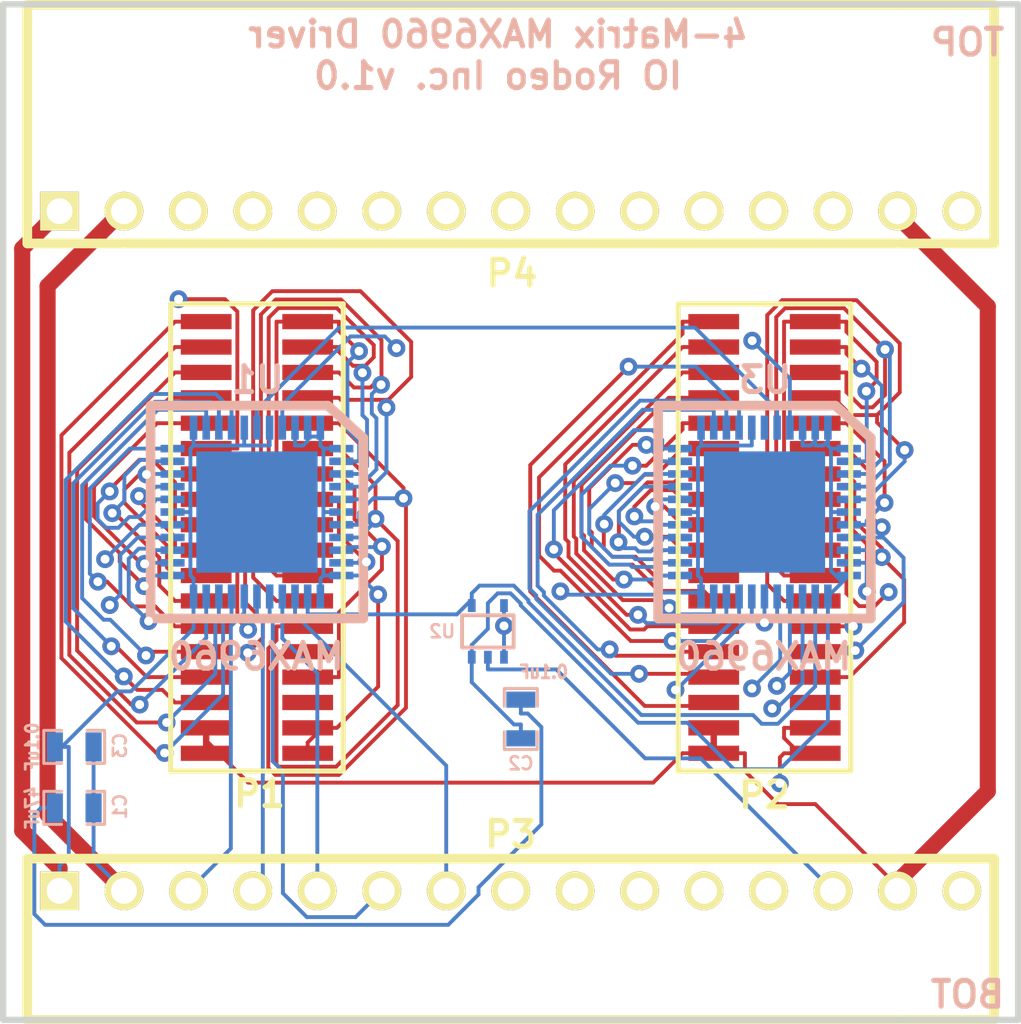
<source format=kicad_pcb>
(kicad_pcb (version 3) (host pcbnew "(2013-mar-13)-testing")

  (general
    (links 129)
    (no_connects 0)
    (area 45.605934 49.679099 94.394066 90.342901)
    (thickness 1.6)
    (drawings 7)
    (tracks 902)
    (zones 0)
    (modules 10)
    (nets 71)
  )

  (page A4)
  (layers
    (15 F.Cu signal)
    (2 Inner2.Cu signal)
    (1 Inner1.Cu signal)
    (0 B.Cu signal)
    (16 B.Adhes user)
    (17 F.Adhes user)
    (18 B.Paste user)
    (19 F.Paste user)
    (20 B.SilkS user)
    (21 F.SilkS user)
    (22 B.Mask user)
    (23 F.Mask user)
    (24 Dwgs.User user)
    (25 Cmts.User user)
    (26 Eco1.User user)
    (27 Eco2.User user)
    (28 Edge.Cuts user)
  )

  (setup
    (last_trace_width 0.1524)
    (trace_clearance 0.1524)
    (zone_clearance 0.508)
    (zone_45_only no)
    (trace_min 0.127)
    (segment_width 0.0254)
    (edge_width 0.25)
    (via_size 0.7)
    (via_drill 0.35)
    (via_min_size 0.7)
    (via_min_drill 0.35)
    (uvia_size 0.508)
    (uvia_drill 0.127)
    (uvias_allowed no)
    (uvia_min_size 0.508)
    (uvia_min_drill 0.127)
    (pcb_text_width 0.2032)
    (pcb_text_size 1.016 1.016)
    (mod_edge_width 0.381)
    (mod_text_size 1.5 1.5)
    (mod_text_width 0.15)
    (pad_size 1.4 1.4)
    (pad_drill 0.6)
    (pad_to_mask_clearance 0.2)
    (aux_axis_origin 0 0)
    (visible_elements FFFFFF7F)
    (pcbplotparams
      (layerselection 3178497)
      (usegerberextensions true)
      (excludeedgelayer true)
      (linewidth 0.150000)
      (plotframeref false)
      (viasonmask false)
      (mode 1)
      (useauxorigin false)
      (hpglpennumber 1)
      (hpglpenspeed 20)
      (hpglpendiameter 15)
      (hpglpenoverlay 2)
      (psnegative false)
      (psa4output false)
      (plotreference true)
      (plotvalue true)
      (plotothertext true)
      (plotinvisibletext false)
      (padsonsilk false)
      (subtractmaskfromsilk false)
      (outputformat 1)
      (mirror false)
      (drillshape 1)
      (scaleselection 1)
      (outputdirectory ""))
  )

  (net 0 "")
  (net 1 /ADDCLK)
  (net 2 /ADDOUT_A)
  (net 3 /CLK)
  (net 4 /COL_A1)
  (net 5 /COL_A10)
  (net 6 /COL_A11)
  (net 7 /COL_A12)
  (net 8 /COL_A13)
  (net 9 /COL_A14)
  (net 10 /COL_A15)
  (net 11 /COL_A16)
  (net 12 /COL_A2)
  (net 13 /COL_A3)
  (net 14 /COL_A4)
  (net 15 /COL_A5)
  (net 16 /COL_A6)
  (net 17 /COL_A7)
  (net 18 /COL_A8)
  (net 19 /COL_A9)
  (net 20 /COL_B1)
  (net 21 /COL_B10)
  (net 22 /COL_B11)
  (net 23 /COL_B12)
  (net 24 /COL_B13)
  (net 25 /COL_B14)
  (net 26 /COL_B15)
  (net 27 /COL_B16)
  (net 28 /COL_B2)
  (net 29 /COL_B3)
  (net 30 /COL_B4)
  (net 31 /COL_B5)
  (net 32 /COL_B6)
  (net 33 /COL_B7)
  (net 34 /COL_B8)
  (net 35 /COL_B9)
  (net 36 /CS1)
  (net 37 /CS2)
  (net 38 /CS3)
  (net 39 /CS4)
  (net 40 /CS5)
  (net 41 /CS6)
  (net 42 /MISO)
  (net 43 /MOSI)
  (net 44 /OSC)
  (net 45 /OSC_BUF)
  (net 46 /ROW_A1)
  (net 47 /ROW_A2)
  (net 48 /ROW_A3)
  (net 49 /ROW_A4)
  (net 50 /ROW_A5)
  (net 51 /ROW_A6)
  (net 52 /ROW_A7)
  (net 53 /ROW_A8)
  (net 54 /ROW_B1)
  (net 55 /ROW_B2)
  (net 56 /ROW_B3)
  (net 57 /ROW_B4)
  (net 58 /ROW_B5)
  (net 59 /ROW_B6)
  (net 60 /ROW_B7)
  (net 61 /ROW_B8)
  (net 62 /RST)
  (net 63 /V+)
  (net 64 /VAUX)
  (net 65 GND)
  (net 66 N-0000030)
  (net 67 N-0000046)
  (net 68 N-0000047)
  (net 69 N-0000048)
  (net 70 N-0000049)

  (net_class Default "This is the default net class."
    (clearance 0.1524)
    (trace_width 0.1524)
    (via_dia 0.7)
    (via_drill 0.35)
    (uvia_dia 0.508)
    (uvia_drill 0.127)
    (add_net "")
    (add_net /ADDCLK)
    (add_net /ADDOUT_A)
    (add_net /CLK)
    (add_net /COL_A1)
    (add_net /COL_A10)
    (add_net /COL_A11)
    (add_net /COL_A12)
    (add_net /COL_A13)
    (add_net /COL_A14)
    (add_net /COL_A15)
    (add_net /COL_A16)
    (add_net /COL_A2)
    (add_net /COL_A3)
    (add_net /COL_A4)
    (add_net /COL_A5)
    (add_net /COL_A6)
    (add_net /COL_A7)
    (add_net /COL_A8)
    (add_net /COL_A9)
    (add_net /COL_B1)
    (add_net /COL_B10)
    (add_net /COL_B11)
    (add_net /COL_B12)
    (add_net /COL_B13)
    (add_net /COL_B14)
    (add_net /COL_B15)
    (add_net /COL_B16)
    (add_net /COL_B2)
    (add_net /COL_B3)
    (add_net /COL_B4)
    (add_net /COL_B5)
    (add_net /COL_B6)
    (add_net /COL_B7)
    (add_net /COL_B8)
    (add_net /COL_B9)
    (add_net /CS1)
    (add_net /CS2)
    (add_net /CS3)
    (add_net /CS4)
    (add_net /CS5)
    (add_net /CS6)
    (add_net /MISO)
    (add_net /MOSI)
    (add_net /OSC)
    (add_net /OSC_BUF)
    (add_net /ROW_A1)
    (add_net /ROW_A2)
    (add_net /ROW_A3)
    (add_net /ROW_A4)
    (add_net /ROW_A5)
    (add_net /ROW_A6)
    (add_net /ROW_A7)
    (add_net /ROW_A8)
    (add_net /ROW_B1)
    (add_net /ROW_B2)
    (add_net /ROW_B3)
    (add_net /ROW_B4)
    (add_net /ROW_B5)
    (add_net /ROW_B6)
    (add_net /ROW_B7)
    (add_net /ROW_B8)
    (add_net /RST)
    (add_net /V+)
    (add_net /VAUX)
    (add_net GND)
    (add_net N-0000030)
    (add_net N-0000046)
    (add_net N-0000047)
    (add_net N-0000048)
    (add_net N-0000049)
  )

  (module T4477-3 (layer B.Cu) (tedit 516727B7) (tstamp 51FFC6AE)
    (at 60 70 180)
    (path /516112AF)
    (fp_text reference U1 (at -0.0254 5.207 180) (layer B.SilkS)
      (effects (font (size 1.016 1.016) (thickness 0.2032)) (justify mirror))
    )
    (fp_text value MAX6960 (at 0.0254 -5.6896 180) (layer B.SilkS)
      (effects (font (size 1.016 1.016) (thickness 0.2032)) (justify mirror))
    )
    (fp_line (start -4.191 2.921) (end -4.191 -4.191) (layer B.SilkS) (width 0.381))
    (fp_line (start -4.191 -4.191) (end 4.191 -4.191) (layer B.SilkS) (width 0.381))
    (fp_line (start 4.191 -4.191) (end 4.191 4.191) (layer B.SilkS) (width 0.381))
    (fp_line (start 4.191 4.191) (end -2.794 4.191) (layer B.SilkS) (width 0.381))
    (fp_line (start -2.794 4.191) (end -4.191 2.921) (layer B.SilkS) (width 0.381))
    (pad 1 smd rect (at -3.32486 2.49936 180) (size 0.94996 0.29972)
      (layers B.Cu B.Paste B.Mask)
      (net 65 GND)
    )
    (pad 2 smd rect (at -3.32486 1.99898 180) (size 0.94996 0.29972)
      (layers B.Cu B.Paste B.Mask)
      (net 46 /ROW_A1)
    )
    (pad 3 smd rect (at -3.32486 1.50114 180) (size 0.94996 0.29972)
      (layers B.Cu B.Paste B.Mask)
      (net 47 /ROW_A2)
    )
    (pad 4 smd rect (at -3.32486 1.00076 180) (size 0.94996 0.29972)
      (layers B.Cu B.Paste B.Mask)
      (net 48 /ROW_A3)
    )
    (pad 5 smd rect (at -3.32486 0.50038 180) (size 0.94996 0.29972)
      (layers B.Cu B.Paste B.Mask)
      (net 49 /ROW_A4)
    )
    (pad 6 smd rect (at -3.32486 0 180) (size 0.94996 0.29972)
      (layers B.Cu B.Paste B.Mask)
      (net 65 GND)
    )
    (pad 7 smd rect (at -3.32486 -0.50038 180) (size 0.94996 0.29972)
      (layers B.Cu B.Paste B.Mask)
      (net 50 /ROW_A5)
    )
    (pad 8 smd rect (at -3.32486 -1.00076 180) (size 0.94996 0.29972)
      (layers B.Cu B.Paste B.Mask)
      (net 51 /ROW_A6)
    )
    (pad 9 smd rect (at -3.32486 -1.50114 180) (size 0.94996 0.29972)
      (layers B.Cu B.Paste B.Mask)
      (net 52 /ROW_A7)
    )
    (pad 10 smd rect (at -3.32486 -1.99898 180) (size 0.94996 0.29972)
      (layers B.Cu B.Paste B.Mask)
      (net 53 /ROW_A8)
    )
    (pad 11 smd rect (at -3.32486 -2.49936 180) (size 0.94996 0.29972)
      (layers B.Cu B.Paste B.Mask)
      (net 65 GND)
    )
    (pad 45 smd rect (at 0 0 180) (size 4.78028 4.78028)
      (layers B.Cu B.Paste B.Mask)
    )
    (pad 12 smd rect (at -2.49936 -3.32486 180) (size 0.29972 0.94996)
      (layers B.Cu B.Paste B.Mask)
      (net 65 GND)
    )
    (pad 13 smd rect (at -1.99898 -3.32486 180) (size 0.29972 0.94996)
      (layers B.Cu B.Paste B.Mask)
      (net 45 /OSC_BUF)
    )
    (pad 14 smd rect (at -1.50114 -3.32486 180) (size 0.29972 0.94996)
      (layers B.Cu B.Paste B.Mask)
      (net 36 /CS1)
    )
    (pad 15 smd rect (at -1.00076 -3.32486 180) (size 0.29972 0.94996)
      (layers B.Cu B.Paste B.Mask)
      (net 43 /MOSI)
    )
    (pad 16 smd rect (at -0.50038 -3.32486 180) (size 0.29972 0.94996)
      (layers B.Cu B.Paste B.Mask)
      (net 42 /MISO)
    )
    (pad 17 smd rect (at 0 -3.32486 180) (size 0.29972 0.94996)
      (layers B.Cu B.Paste B.Mask)
      (net 3 /CLK)
    )
    (pad 18 smd rect (at 0.50038 -3.32486 180) (size 0.29972 0.94996)
      (layers B.Cu B.Paste B.Mask)
      (net 62 /RST)
    )
    (pad 19 smd rect (at 1.00076 -3.32486 180) (size 0.29972 0.94996)
      (layers B.Cu B.Paste B.Mask)
      (net 4 /COL_A1)
    )
    (pad 20 smd rect (at 1.50114 -3.32486 180) (size 0.29972 0.94996)
      (layers B.Cu B.Paste B.Mask)
      (net 12 /COL_A2)
    )
    (pad 21 smd rect (at 1.99898 -3.32486 180) (size 0.29972 0.94996)
      (layers B.Cu B.Paste B.Mask)
      (net 13 /COL_A3)
    )
    (pad 22 smd rect (at 2.49936 -3.32486 180) (size 0.29972 0.94996)
      (layers B.Cu B.Paste B.Mask)
      (net 63 /V+)
    )
    (pad 23 smd rect (at 3.32486 -2.49936 180) (size 0.94996 0.29972)
      (layers B.Cu B.Paste B.Mask)
      (net 14 /COL_A4)
    )
    (pad 24 smd rect (at 3.32486 -1.99898 180) (size 0.94996 0.29972)
      (layers B.Cu B.Paste B.Mask)
      (net 15 /COL_A5)
    )
    (pad 25 smd rect (at 3.32486 -1.50114 180) (size 0.94996 0.29972)
      (layers B.Cu B.Paste B.Mask)
      (net 16 /COL_A6)
    )
    (pad 26 smd rect (at 3.32486 -1.00076 180) (size 0.94996 0.29972)
      (layers B.Cu B.Paste B.Mask)
      (net 17 /COL_A7)
    )
    (pad 27 smd rect (at 3.32486 -0.50038 180) (size 0.94996 0.29972)
      (layers B.Cu B.Paste B.Mask)
      (net 18 /COL_A8)
    )
    (pad 28 smd rect (at 3.32486 0 180) (size 0.94996 0.29972)
      (layers B.Cu B.Paste B.Mask)
      (net 63 /V+)
    )
    (pad 29 smd rect (at 3.32486 0.50038 180) (size 0.94996 0.29972)
      (layers B.Cu B.Paste B.Mask)
      (net 19 /COL_A9)
    )
    (pad 30 smd rect (at 3.32486 1.00076 180) (size 0.94996 0.29972)
      (layers B.Cu B.Paste B.Mask)
      (net 5 /COL_A10)
    )
    (pad 31 smd rect (at 3.32486 1.50114 180) (size 0.94996 0.29972)
      (layers B.Cu B.Paste B.Mask)
      (net 6 /COL_A11)
    )
    (pad 32 smd rect (at 3.32486 1.99898 180) (size 0.94996 0.29972)
      (layers B.Cu B.Paste B.Mask)
      (net 7 /COL_A12)
    )
    (pad 33 smd rect (at 3.32486 2.49936 180) (size 0.94996 0.29972)
      (layers B.Cu B.Paste B.Mask)
      (net 8 /COL_A13)
    )
    (pad 34 smd rect (at 2.49936 3.32486 180) (size 0.29972 0.94996)
      (layers B.Cu B.Paste B.Mask)
      (net 63 /V+)
    )
    (pad 35 smd rect (at 1.99898 3.32486 180) (size 0.29972 0.94996)
      (layers B.Cu B.Paste B.Mask)
      (net 9 /COL_A14)
    )
    (pad 36 smd rect (at 1.50114 3.32486 180) (size 0.29972 0.94996)
      (layers B.Cu B.Paste B.Mask)
      (net 10 /COL_A15)
    )
    (pad 37 smd rect (at 1.00076 3.32486 180) (size 0.29972 0.94996)
      (layers B.Cu B.Paste B.Mask)
      (net 11 /COL_A16)
    )
    (pad 38 smd rect (at 0.50038 3.32486 180) (size 0.29972 0.94996)
      (layers B.Cu B.Paste B.Mask)
      (net 63 /V+)
    )
    (pad 39 smd rect (at 0 3.32486 180) (size 0.29972 0.94996)
      (layers B.Cu B.Paste B.Mask)
      (net 2 /ADDOUT_A)
    )
    (pad 40 smd rect (at -0.50038 3.32486 180) (size 0.29972 0.94996)
      (layers B.Cu B.Paste B.Mask)
      (net 63 /V+)
    )
    (pad 41 smd rect (at -1.00076 3.32486 180) (size 0.29972 0.94996)
      (layers B.Cu B.Paste B.Mask)
      (net 1 /ADDCLK)
    )
    (pad 42 smd rect (at -1.50114 3.32486 180) (size 0.29972 0.94996)
      (layers B.Cu B.Paste B.Mask)
      (net 65 GND)
    )
    (pad 43 smd rect (at -1.99898 3.32486 180) (size 0.29972 0.94996)
      (layers B.Cu B.Paste B.Mask)
      (net 65 GND)
    )
    (pad 44 smd rect (at -2.49936 3.32486 180) (size 0.29972 0.94996)
      (layers B.Cu B.Paste B.Mask)
      (net 65 GND)
    )
  )

  (module SOT353 (layer B.Cu) (tedit 52001D6D) (tstamp 51FFC6BB)
    (at 69.1 74.7 90)
    (descr SOT353)
    (path /51F2B1B1)
    (attr smd)
    (fp_text reference U2 (at 0 -1.8 360) (layer B.SilkS)
      (effects (font (size 0.508 0.508) (thickness 0.1016)) (justify mirror))
    )
    (fp_text value 74AHC1G126 (at 0.09906 0 360) (layer B.SilkS) hide
      (effects (font (size 0.762 0.635) (thickness 0.127)) (justify mirror))
    )
    (fp_line (start 0.635 -1.016) (end 0.635 1.016) (layer B.SilkS) (width 0.1524))
    (fp_line (start 0.635 1.016) (end -0.635 1.016) (layer B.SilkS) (width 0.1524))
    (fp_line (start -0.635 1.016) (end -0.635 -1.016) (layer B.SilkS) (width 0.1524))
    (fp_line (start -0.635 -1.016) (end 0.635 -1.016) (layer B.SilkS) (width 0.1524))
    (pad 1 smd rect (at -1.016 0.635 90) (size 0.508 0.3048)
      (layers B.Cu B.Paste B.Mask)
      (net 63 /V+)
    )
    (pad 3 smd rect (at -1.016 -0.635 90) (size 0.508 0.3048)
      (layers B.Cu B.Paste B.Mask)
      (net 65 GND)
    )
    (pad 5 smd rect (at 1.016 0.635 90) (size 0.508 0.3048)
      (layers B.Cu B.Paste B.Mask)
      (net 63 /V+)
    )
    (pad 2 smd rect (at -1.016 0 90) (size 0.508 0.3048)
      (layers B.Cu B.Paste B.Mask)
      (net 44 /OSC)
    )
    (pad 4 smd rect (at 1.016 -0.635 90) (size 0.508 0.3048)
      (layers B.Cu B.Paste B.Mask)
      (net 45 /OSC_BUF)
    )
    (model smd/SOT23_5.wrl
      (at (xyz 0 0 0))
      (scale (xyz 0.07000000000000001 0.09 0.08))
      (rotate (xyz 0 0 90))
    )
  )

  (module T4477-3 (layer B.Cu) (tedit 516727B7) (tstamp 51FFC6F1)
    (at 80 70 180)
    (path /51F292FC)
    (fp_text reference U3 (at -0.0254 5.207 180) (layer B.SilkS)
      (effects (font (size 1.016 1.016) (thickness 0.2032)) (justify mirror))
    )
    (fp_text value MAX6960 (at 0.0254 -5.6896 180) (layer B.SilkS)
      (effects (font (size 1.016 1.016) (thickness 0.2032)) (justify mirror))
    )
    (fp_line (start -4.191 2.921) (end -4.191 -4.191) (layer B.SilkS) (width 0.381))
    (fp_line (start -4.191 -4.191) (end 4.191 -4.191) (layer B.SilkS) (width 0.381))
    (fp_line (start 4.191 -4.191) (end 4.191 4.191) (layer B.SilkS) (width 0.381))
    (fp_line (start 4.191 4.191) (end -2.794 4.191) (layer B.SilkS) (width 0.381))
    (fp_line (start -2.794 4.191) (end -4.191 2.921) (layer B.SilkS) (width 0.381))
    (pad 1 smd rect (at -3.32486 2.49936 180) (size 0.94996 0.29972)
      (layers B.Cu B.Paste B.Mask)
      (net 65 GND)
    )
    (pad 2 smd rect (at -3.32486 1.99898 180) (size 0.94996 0.29972)
      (layers B.Cu B.Paste B.Mask)
      (net 54 /ROW_B1)
    )
    (pad 3 smd rect (at -3.32486 1.50114 180) (size 0.94996 0.29972)
      (layers B.Cu B.Paste B.Mask)
      (net 55 /ROW_B2)
    )
    (pad 4 smd rect (at -3.32486 1.00076 180) (size 0.94996 0.29972)
      (layers B.Cu B.Paste B.Mask)
      (net 56 /ROW_B3)
    )
    (pad 5 smd rect (at -3.32486 0.50038 180) (size 0.94996 0.29972)
      (layers B.Cu B.Paste B.Mask)
      (net 57 /ROW_B4)
    )
    (pad 6 smd rect (at -3.32486 0 180) (size 0.94996 0.29972)
      (layers B.Cu B.Paste B.Mask)
      (net 65 GND)
    )
    (pad 7 smd rect (at -3.32486 -0.50038 180) (size 0.94996 0.29972)
      (layers B.Cu B.Paste B.Mask)
      (net 58 /ROW_B5)
    )
    (pad 8 smd rect (at -3.32486 -1.00076 180) (size 0.94996 0.29972)
      (layers B.Cu B.Paste B.Mask)
      (net 59 /ROW_B6)
    )
    (pad 9 smd rect (at -3.32486 -1.50114 180) (size 0.94996 0.29972)
      (layers B.Cu B.Paste B.Mask)
      (net 60 /ROW_B7)
    )
    (pad 10 smd rect (at -3.32486 -1.99898 180) (size 0.94996 0.29972)
      (layers B.Cu B.Paste B.Mask)
      (net 61 /ROW_B8)
    )
    (pad 11 smd rect (at -3.32486 -2.49936 180) (size 0.94996 0.29972)
      (layers B.Cu B.Paste B.Mask)
      (net 65 GND)
    )
    (pad 45 smd rect (at 0 0 180) (size 4.78028 4.78028)
      (layers B.Cu B.Paste B.Mask)
    )
    (pad 12 smd rect (at -2.49936 -3.32486 180) (size 0.29972 0.94996)
      (layers B.Cu B.Paste B.Mask)
      (net 65 GND)
    )
    (pad 13 smd rect (at -1.99898 -3.32486 180) (size 0.29972 0.94996)
      (layers B.Cu B.Paste B.Mask)
      (net 45 /OSC_BUF)
    )
    (pad 14 smd rect (at -1.50114 -3.32486 180) (size 0.29972 0.94996)
      (layers B.Cu B.Paste B.Mask)
      (net 36 /CS1)
    )
    (pad 15 smd rect (at -1.00076 -3.32486 180) (size 0.29972 0.94996)
      (layers B.Cu B.Paste B.Mask)
      (net 43 /MOSI)
    )
    (pad 16 smd rect (at -0.50038 -3.32486 180) (size 0.29972 0.94996)
      (layers B.Cu B.Paste B.Mask)
      (net 42 /MISO)
    )
    (pad 17 smd rect (at 0 -3.32486 180) (size 0.29972 0.94996)
      (layers B.Cu B.Paste B.Mask)
      (net 3 /CLK)
    )
    (pad 18 smd rect (at 0.50038 -3.32486 180) (size 0.29972 0.94996)
      (layers B.Cu B.Paste B.Mask)
      (net 62 /RST)
    )
    (pad 19 smd rect (at 1.00076 -3.32486 180) (size 0.29972 0.94996)
      (layers B.Cu B.Paste B.Mask)
      (net 20 /COL_B1)
    )
    (pad 20 smd rect (at 1.50114 -3.32486 180) (size 0.29972 0.94996)
      (layers B.Cu B.Paste B.Mask)
      (net 28 /COL_B2)
    )
    (pad 21 smd rect (at 1.99898 -3.32486 180) (size 0.29972 0.94996)
      (layers B.Cu B.Paste B.Mask)
      (net 29 /COL_B3)
    )
    (pad 22 smd rect (at 2.49936 -3.32486 180) (size 0.29972 0.94996)
      (layers B.Cu B.Paste B.Mask)
      (net 63 /V+)
    )
    (pad 23 smd rect (at 3.32486 -2.49936 180) (size 0.94996 0.29972)
      (layers B.Cu B.Paste B.Mask)
      (net 30 /COL_B4)
    )
    (pad 24 smd rect (at 3.32486 -1.99898 180) (size 0.94996 0.29972)
      (layers B.Cu B.Paste B.Mask)
      (net 31 /COL_B5)
    )
    (pad 25 smd rect (at 3.32486 -1.50114 180) (size 0.94996 0.29972)
      (layers B.Cu B.Paste B.Mask)
      (net 32 /COL_B6)
    )
    (pad 26 smd rect (at 3.32486 -1.00076 180) (size 0.94996 0.29972)
      (layers B.Cu B.Paste B.Mask)
      (net 33 /COL_B7)
    )
    (pad 27 smd rect (at 3.32486 -0.50038 180) (size 0.94996 0.29972)
      (layers B.Cu B.Paste B.Mask)
      (net 34 /COL_B8)
    )
    (pad 28 smd rect (at 3.32486 0 180) (size 0.94996 0.29972)
      (layers B.Cu B.Paste B.Mask)
      (net 63 /V+)
    )
    (pad 29 smd rect (at 3.32486 0.50038 180) (size 0.94996 0.29972)
      (layers B.Cu B.Paste B.Mask)
      (net 35 /COL_B9)
    )
    (pad 30 smd rect (at 3.32486 1.00076 180) (size 0.94996 0.29972)
      (layers B.Cu B.Paste B.Mask)
      (net 21 /COL_B10)
    )
    (pad 31 smd rect (at 3.32486 1.50114 180) (size 0.94996 0.29972)
      (layers B.Cu B.Paste B.Mask)
      (net 22 /COL_B11)
    )
    (pad 32 smd rect (at 3.32486 1.99898 180) (size 0.94996 0.29972)
      (layers B.Cu B.Paste B.Mask)
      (net 23 /COL_B12)
    )
    (pad 33 smd rect (at 3.32486 2.49936 180) (size 0.94996 0.29972)
      (layers B.Cu B.Paste B.Mask)
      (net 24 /COL_B13)
    )
    (pad 34 smd rect (at 2.49936 3.32486 180) (size 0.29972 0.94996)
      (layers B.Cu B.Paste B.Mask)
      (net 63 /V+)
    )
    (pad 35 smd rect (at 1.99898 3.32486 180) (size 0.29972 0.94996)
      (layers B.Cu B.Paste B.Mask)
      (net 25 /COL_B14)
    )
    (pad 36 smd rect (at 1.50114 3.32486 180) (size 0.29972 0.94996)
      (layers B.Cu B.Paste B.Mask)
      (net 26 /COL_B15)
    )
    (pad 37 smd rect (at 1.00076 3.32486 180) (size 0.29972 0.94996)
      (layers B.Cu B.Paste B.Mask)
      (net 27 /COL_B16)
    )
    (pad 38 smd rect (at 0.50038 3.32486 180) (size 0.29972 0.94996)
      (layers B.Cu B.Paste B.Mask)
      (net 63 /V+)
    )
    (pad 39 smd rect (at 0 3.32486 180) (size 0.29972 0.94996)
      (layers B.Cu B.Paste B.Mask)
      (net 66 N-0000030)
    )
    (pad 40 smd rect (at -0.50038 3.32486 180) (size 0.29972 0.94996)
      (layers B.Cu B.Paste B.Mask)
      (net 2 /ADDOUT_A)
    )
    (pad 41 smd rect (at -1.00076 3.32486 180) (size 0.29972 0.94996)
      (layers B.Cu B.Paste B.Mask)
      (net 1 /ADDCLK)
    )
    (pad 42 smd rect (at -1.50114 3.32486 180) (size 0.29972 0.94996)
      (layers B.Cu B.Paste B.Mask)
      (net 65 GND)
    )
    (pad 43 smd rect (at -1.99898 3.32486 180) (size 0.29972 0.94996)
      (layers B.Cu B.Paste B.Mask)
      (net 65 GND)
    )
    (pad 44 smd rect (at -2.49936 3.32486 180) (size 0.29972 0.94996)
      (layers B.Cu B.Paste B.Mask)
      (net 65 GND)
    )
  )

  (module SMD_HEADER_18X2 (layer F.Cu) (tedit 52001CB0) (tstamp 51FFF23C)
    (at 60 71)
    (path /51FFE658)
    (fp_text reference P1 (at 0.1 10.1) (layer F.SilkS)
      (effects (font (size 1.016 1.016) (thickness 0.2032)))
    )
    (fp_text value LED-MATRIX-2X-8X8 (at 0 -10.6) (layer F.SilkS) hide
      (effects (font (size 1.5 1.5) (thickness 0.15)))
    )
    (fp_line (start 0 -9.2) (end 3.4 -9.2) (layer F.SilkS) (width 0.2))
    (fp_line (start 3.4 -9.2) (end 3.4 9.2) (layer F.SilkS) (width 0.2))
    (fp_line (start 3.4 9.2) (end -3.4 9.2) (layer F.SilkS) (width 0.2))
    (fp_line (start -3.4 9.2) (end -3.4 -9.2) (layer F.SilkS) (width 0.2))
    (fp_line (start -3.4 -9.2) (end 0.1 -9.2) (layer F.SilkS) (width 0.2))
    (pad 1 smd rect (at -2 -8.5) (size 2 0.6)
      (layers F.Cu F.Paste F.Mask)
      (net 4 /COL_A1)
    )
    (pad 2 smd rect (at 2 -8.5) (size 2 0.6)
      (layers F.Cu F.Paste F.Mask)
      (net 46 /ROW_A1)
    )
    (pad 3 smd rect (at -2 -7.5) (size 2 0.6)
      (layers F.Cu F.Paste F.Mask)
      (net 12 /COL_A2)
    )
    (pad 4 smd rect (at 2 -7.5) (size 2 0.6)
      (layers F.Cu F.Paste F.Mask)
      (net 47 /ROW_A2)
    )
    (pad 5 smd rect (at -2 -6.5) (size 2 0.6)
      (layers F.Cu F.Paste F.Mask)
      (net 13 /COL_A3)
    )
    (pad 6 smd rect (at 2 -6.5) (size 2 0.6)
      (layers F.Cu F.Paste F.Mask)
      (net 48 /ROW_A3)
    )
    (pad 7 smd rect (at -2 -5.5) (size 2 0.6)
      (layers F.Cu F.Paste F.Mask)
      (net 14 /COL_A4)
    )
    (pad 8 smd rect (at 2 -5.5) (size 2 0.6)
      (layers F.Cu F.Paste F.Mask)
      (net 49 /ROW_A4)
    )
    (pad 9 smd rect (at -2 -4.5) (size 2 0.6)
      (layers F.Cu F.Paste F.Mask)
      (net 15 /COL_A5)
    )
    (pad 10 smd rect (at 2 -4.5) (size 2 0.6)
      (layers F.Cu F.Paste F.Mask)
      (net 50 /ROW_A5)
    )
    (pad 11 smd rect (at -2 -3.5) (size 2 0.6)
      (layers F.Cu F.Paste F.Mask)
      (net 16 /COL_A6)
    )
    (pad 12 smd rect (at 2 -3.5) (size 2 0.6)
      (layers F.Cu F.Paste F.Mask)
      (net 51 /ROW_A6)
    )
    (pad 13 smd rect (at -2 -2.5) (size 2 0.6)
      (layers F.Cu F.Paste F.Mask)
      (net 17 /COL_A7)
    )
    (pad 14 smd rect (at 2 -2.5) (size 2 0.6)
      (layers F.Cu F.Paste F.Mask)
      (net 52 /ROW_A7)
    )
    (pad 15 smd rect (at -2 -1.5) (size 2 0.6)
      (layers F.Cu F.Paste F.Mask)
      (net 18 /COL_A8)
    )
    (pad 16 smd rect (at 2 -1.5) (size 2 0.6)
      (layers F.Cu F.Paste F.Mask)
      (net 53 /ROW_A8)
    )
    (pad 17 smd rect (at -2 -0.5) (size 2 0.6)
      (layers F.Cu F.Paste F.Mask)
      (net 19 /COL_A9)
    )
    (pad 18 smd rect (at 2 -0.5) (size 2 0.6)
      (layers F.Cu F.Paste F.Mask)
      (net 46 /ROW_A1)
    )
    (pad 19 smd rect (at -2 0.5) (size 2 0.6)
      (layers F.Cu F.Paste F.Mask)
      (net 5 /COL_A10)
    )
    (pad 20 smd rect (at 2 0.5) (size 2 0.6)
      (layers F.Cu F.Paste F.Mask)
      (net 47 /ROW_A2)
    )
    (pad 21 smd rect (at -2 1.5) (size 2 0.6)
      (layers F.Cu F.Paste F.Mask)
      (net 6 /COL_A11)
    )
    (pad 22 smd rect (at 2 1.5) (size 2 0.6)
      (layers F.Cu F.Paste F.Mask)
      (net 48 /ROW_A3)
    )
    (pad 23 smd rect (at -2 2.5) (size 2 0.6)
      (layers F.Cu F.Paste F.Mask)
      (net 7 /COL_A12)
    )
    (pad 24 smd rect (at 2 2.5) (size 2 0.6)
      (layers F.Cu F.Paste F.Mask)
      (net 49 /ROW_A4)
    )
    (pad 25 smd rect (at -2 3.5) (size 2 0.6)
      (layers F.Cu F.Paste F.Mask)
      (net 8 /COL_A13)
    )
    (pad 26 smd rect (at 2 3.5) (size 2 0.6)
      (layers F.Cu F.Paste F.Mask)
      (net 50 /ROW_A5)
    )
    (pad 27 smd rect (at -2 4.5) (size 2 0.6)
      (layers F.Cu F.Paste F.Mask)
      (net 9 /COL_A14)
    )
    (pad 28 smd rect (at 2 4.5) (size 2 0.6)
      (layers F.Cu F.Paste F.Mask)
      (net 51 /ROW_A6)
    )
    (pad 29 smd rect (at -2 5.5) (size 2 0.6)
      (layers F.Cu F.Paste F.Mask)
      (net 10 /COL_A15)
    )
    (pad 30 smd rect (at 2 5.5) (size 2 0.6)
      (layers F.Cu F.Paste F.Mask)
      (net 52 /ROW_A7)
    )
    (pad 31 smd rect (at -2 6.5) (size 2 0.6)
      (layers F.Cu F.Paste F.Mask)
      (net 11 /COL_A16)
    )
    (pad 32 smd rect (at 2 6.5) (size 2 0.6)
      (layers F.Cu F.Paste F.Mask)
    )
    (pad 33 smd rect (at -2 7.5) (size 2 0.6)
      (layers F.Cu F.Paste F.Mask)
      (net 64 /VAUX)
    )
    (pad 34 smd rect (at 2 7.5) (size 2 0.6)
      (layers F.Cu F.Paste F.Mask)
      (net 65 GND)
    )
    (pad 35 smd rect (at -2 8.5) (size 2 0.6)
      (layers F.Cu F.Paste F.Mask)
      (net 64 /VAUX)
    )
    (pad 36 smd rect (at 2 8.5) (size 2 0.6)
      (layers F.Cu F.Paste F.Mask)
      (net 65 GND)
    )
  )

  (module SMD_HEADER_18X2 (layer F.Cu) (tedit 52001CC8) (tstamp 51FFF269)
    (at 80 71)
    (path /51FFE667)
    (fp_text reference P2 (at 0 10.15) (layer F.SilkS)
      (effects (font (size 1.016 1.016) (thickness 0.2032)))
    )
    (fp_text value LED-MATRIX-2X-8X8 (at 0 -10.6) (layer F.SilkS) hide
      (effects (font (size 1.5 1.5) (thickness 0.15)))
    )
    (fp_line (start 0 -9.2) (end 3.4 -9.2) (layer F.SilkS) (width 0.2))
    (fp_line (start 3.4 -9.2) (end 3.4 9.2) (layer F.SilkS) (width 0.2))
    (fp_line (start 3.4 9.2) (end -3.4 9.2) (layer F.SilkS) (width 0.2))
    (fp_line (start -3.4 9.2) (end -3.4 -9.2) (layer F.SilkS) (width 0.2))
    (fp_line (start -3.4 -9.2) (end 0.1 -9.2) (layer F.SilkS) (width 0.2))
    (pad 1 smd rect (at -2 -8.5) (size 2 0.6)
      (layers F.Cu F.Paste F.Mask)
      (net 20 /COL_B1)
    )
    (pad 2 smd rect (at 2 -8.5) (size 2 0.6)
      (layers F.Cu F.Paste F.Mask)
      (net 54 /ROW_B1)
    )
    (pad 3 smd rect (at -2 -7.5) (size 2 0.6)
      (layers F.Cu F.Paste F.Mask)
      (net 28 /COL_B2)
    )
    (pad 4 smd rect (at 2 -7.5) (size 2 0.6)
      (layers F.Cu F.Paste F.Mask)
      (net 55 /ROW_B2)
    )
    (pad 5 smd rect (at -2 -6.5) (size 2 0.6)
      (layers F.Cu F.Paste F.Mask)
      (net 29 /COL_B3)
    )
    (pad 6 smd rect (at 2 -6.5) (size 2 0.6)
      (layers F.Cu F.Paste F.Mask)
      (net 56 /ROW_B3)
    )
    (pad 7 smd rect (at -2 -5.5) (size 2 0.6)
      (layers F.Cu F.Paste F.Mask)
      (net 30 /COL_B4)
    )
    (pad 8 smd rect (at 2 -5.5) (size 2 0.6)
      (layers F.Cu F.Paste F.Mask)
      (net 57 /ROW_B4)
    )
    (pad 9 smd rect (at -2 -4.5) (size 2 0.6)
      (layers F.Cu F.Paste F.Mask)
      (net 31 /COL_B5)
    )
    (pad 10 smd rect (at 2 -4.5) (size 2 0.6)
      (layers F.Cu F.Paste F.Mask)
      (net 58 /ROW_B5)
    )
    (pad 11 smd rect (at -2 -3.5) (size 2 0.6)
      (layers F.Cu F.Paste F.Mask)
      (net 32 /COL_B6)
    )
    (pad 12 smd rect (at 2 -3.5) (size 2 0.6)
      (layers F.Cu F.Paste F.Mask)
      (net 59 /ROW_B6)
    )
    (pad 13 smd rect (at -2 -2.5) (size 2 0.6)
      (layers F.Cu F.Paste F.Mask)
      (net 33 /COL_B7)
    )
    (pad 14 smd rect (at 2 -2.5) (size 2 0.6)
      (layers F.Cu F.Paste F.Mask)
      (net 60 /ROW_B7)
    )
    (pad 15 smd rect (at -2 -1.5) (size 2 0.6)
      (layers F.Cu F.Paste F.Mask)
      (net 34 /COL_B8)
    )
    (pad 16 smd rect (at 2 -1.5) (size 2 0.6)
      (layers F.Cu F.Paste F.Mask)
      (net 61 /ROW_B8)
    )
    (pad 17 smd rect (at -2 -0.5) (size 2 0.6)
      (layers F.Cu F.Paste F.Mask)
      (net 35 /COL_B9)
    )
    (pad 18 smd rect (at 2 -0.5) (size 2 0.6)
      (layers F.Cu F.Paste F.Mask)
      (net 54 /ROW_B1)
    )
    (pad 19 smd rect (at -2 0.5) (size 2 0.6)
      (layers F.Cu F.Paste F.Mask)
      (net 21 /COL_B10)
    )
    (pad 20 smd rect (at 2 0.5) (size 2 0.6)
      (layers F.Cu F.Paste F.Mask)
      (net 55 /ROW_B2)
    )
    (pad 21 smd rect (at -2 1.5) (size 2 0.6)
      (layers F.Cu F.Paste F.Mask)
      (net 22 /COL_B11)
    )
    (pad 22 smd rect (at 2 1.5) (size 2 0.6)
      (layers F.Cu F.Paste F.Mask)
      (net 56 /ROW_B3)
    )
    (pad 23 smd rect (at -2 2.5) (size 2 0.6)
      (layers F.Cu F.Paste F.Mask)
      (net 23 /COL_B12)
    )
    (pad 24 smd rect (at 2 2.5) (size 2 0.6)
      (layers F.Cu F.Paste F.Mask)
      (net 57 /ROW_B4)
    )
    (pad 25 smd rect (at -2 3.5) (size 2 0.6)
      (layers F.Cu F.Paste F.Mask)
      (net 24 /COL_B13)
    )
    (pad 26 smd rect (at 2 3.5) (size 2 0.6)
      (layers F.Cu F.Paste F.Mask)
      (net 58 /ROW_B5)
    )
    (pad 27 smd rect (at -2 4.5) (size 2 0.6)
      (layers F.Cu F.Paste F.Mask)
      (net 25 /COL_B14)
    )
    (pad 28 smd rect (at 2 4.5) (size 2 0.6)
      (layers F.Cu F.Paste F.Mask)
      (net 59 /ROW_B6)
    )
    (pad 29 smd rect (at -2 5.5) (size 2 0.6)
      (layers F.Cu F.Paste F.Mask)
      (net 26 /COL_B15)
    )
    (pad 30 smd rect (at 2 5.5) (size 2 0.6)
      (layers F.Cu F.Paste F.Mask)
      (net 60 /ROW_B7)
    )
    (pad 31 smd rect (at -2 6.5) (size 2 0.6)
      (layers F.Cu F.Paste F.Mask)
      (net 27 /COL_B16)
    )
    (pad 32 smd rect (at 2 6.5) (size 2 0.6)
      (layers F.Cu F.Paste F.Mask)
    )
    (pad 33 smd rect (at -2 7.5) (size 2 0.6)
      (layers F.Cu F.Paste F.Mask)
      (net 64 /VAUX)
    )
    (pad 34 smd rect (at 2 7.5) (size 2 0.6)
      (layers F.Cu F.Paste F.Mask)
      (net 65 GND)
    )
    (pad 35 smd rect (at -2 8.5) (size 2 0.6)
      (layers F.Cu F.Paste F.Mask)
      (net 64 /VAUX)
    )
    (pad 36 smd rect (at 2 8.5) (size 2 0.6)
      (layers F.Cu F.Paste F.Mask)
      (net 65 GND)
    )
  )

  (module HEADER_BOT (layer F.Cu) (tedit 52001C91) (tstamp 51FFF285)
    (at 70 84.92)
    (path /5200054C)
    (fp_text reference P3 (at 0 -2.22) (layer F.SilkS)
      (effects (font (size 1.016 1.016) (thickness 0.2032)))
    )
    (fp_text value CONN15 (at 9.906 3.048) (layer F.SilkS) hide
      (effects (font (thickness 0.3048)))
    )
    (fp_line (start 19.05 5.08) (end 19.05 -1.27) (layer F.SilkS) (width 0.381))
    (fp_line (start 15.367 5.08) (end 19.05 5.08) (layer F.SilkS) (width 0.381))
    (fp_line (start 15.367 -1.27) (end 18.923 -1.27) (layer F.SilkS) (width 0.381))
    (fp_line (start 18.923 -1.27) (end 19.05 -1.27) (layer F.SilkS) (width 0.381))
    (fp_line (start -15.24 -1.27) (end -19.05 -1.27) (layer F.SilkS) (width 0.381))
    (fp_line (start -19.05 -1.27) (end -19.05 5.08) (layer F.SilkS) (width 0.381))
    (fp_line (start -19.05 5.08) (end -13.97 5.08) (layer F.SilkS) (width 0.381))
    (fp_line (start -15.24 -1.27) (end 15.24 -1.27) (layer F.SilkS) (width 0.381))
    (fp_line (start -15.24 5.08) (end 15.24 5.08) (layer F.SilkS) (width 0.381))
    (pad 1 thru_hole rect (at -17.78 0) (size 1.524 1.524) (drill 1.016)
      (layers *.Cu *.Mask F.SilkS)
      (net 63 /V+)
    )
    (pad 2 thru_hole circle (at -15.24 0) (size 1.524 1.524) (drill 1.016)
      (layers *.Cu *.Mask F.SilkS)
      (net 65 GND)
    )
    (pad 3 thru_hole circle (at -12.7 0) (size 1.524 1.524) (drill 1.016)
      (layers *.Cu *.Mask F.SilkS)
      (net 62 /RST)
    )
    (pad 4 thru_hole circle (at -10.16 0) (size 1.524 1.524) (drill 1.016)
      (layers *.Cu *.Mask F.SilkS)
      (net 3 /CLK)
    )
    (pad 5 thru_hole circle (at -7.62 0) (size 1.524 1.524) (drill 1.016)
      (layers *.Cu *.Mask F.SilkS)
      (net 43 /MOSI)
    )
    (pad 6 thru_hole circle (at -5.08 0) (size 1.524 1.524) (drill 1.016)
      (layers *.Cu *.Mask F.SilkS)
      (net 42 /MISO)
    )
    (pad 7 thru_hole circle (at -2.54 0) (size 1.524 1.524) (drill 1.016)
      (layers *.Cu *.Mask F.SilkS)
      (net 36 /CS1)
    )
    (pad 8 thru_hole circle (at 0 0) (size 1.524 1.524) (drill 1.016)
      (layers *.Cu *.Mask F.SilkS)
      (net 37 /CS2)
    )
    (pad 9 thru_hole circle (at 2.54 0) (size 1.524 1.524) (drill 1.016)
      (layers *.Cu *.Mask F.SilkS)
      (net 38 /CS3)
    )
    (pad 10 thru_hole circle (at 5.08 0) (size 1.524 1.524) (drill 1.016)
      (layers *.Cu *.Mask F.SilkS)
      (net 39 /CS4)
    )
    (pad 11 thru_hole circle (at 7.62 0) (size 1.524 1.524) (drill 1.016)
      (layers *.Cu *.Mask F.SilkS)
      (net 40 /CS5)
    )
    (pad 12 thru_hole circle (at 10.16 0) (size 1.524 1.524) (drill 1.016)
      (layers *.Cu *.Mask F.SilkS)
      (net 41 /CS6)
    )
    (pad 13 thru_hole circle (at 12.7 0) (size 1.524 1.524) (drill 1.016)
      (layers *.Cu *.Mask F.SilkS)
      (net 44 /OSC)
    )
    (pad 14 thru_hole circle (at 15.24 0) (size 1.524 1.524) (drill 1.016)
      (layers *.Cu *.Mask F.SilkS)
      (net 64 /VAUX)
    )
    (pad 15 thru_hole circle (at 17.78 0) (size 1.524 1.524) (drill 1.016)
      (layers *.Cu *.Mask F.SilkS)
      (net 70 N-0000049)
    )
  )

  (module HEADER_TOP (layer F.Cu) (tedit 52001C7E) (tstamp 51FFF2A2)
    (at 70 58.15)
    (path /5200056F)
    (fp_text reference P4 (at 0.05 2.45) (layer F.SilkS)
      (effects (font (size 1.016 1.016) (thickness 0.2032)))
    )
    (fp_text value CONN15 (at 7.62 -4.572) (layer F.SilkS) hide
      (effects (font (thickness 0.3048)))
    )
    (fp_line (start 15.24 -8.128) (end 19.05 -8.128) (layer F.SilkS) (width 0.381))
    (fp_line (start 19.05 -8.128) (end 19.05 -7.366) (layer F.SilkS) (width 0.381))
    (fp_line (start -15.24 -8.128) (end -19.05 -8.128) (layer F.SilkS) (width 0.381))
    (fp_line (start -19.05 -8.128) (end -19.05 -7.62) (layer F.SilkS) (width 0.381))
    (fp_line (start -15.24 1.27) (end -19.05 1.27) (layer F.SilkS) (width 0.381))
    (fp_line (start -19.05 1.27) (end -19.05 -7.62) (layer F.SilkS) (width 0.381))
    (fp_line (start 15.24 1.27) (end 19.05 1.27) (layer F.SilkS) (width 0.381))
    (fp_line (start 19.05 1.27) (end 19.05 -7.62) (layer F.SilkS) (width 0.381))
    (fp_line (start 15.24 1.27) (end -15.24 1.27) (layer F.SilkS) (width 0.381))
    (fp_line (start -15.24 -8.128) (end 15.24 -8.128) (layer F.SilkS) (width 0.381))
    (pad 1 thru_hole rect (at -17.78 0) (size 1.524 1.524) (drill 1.016)
      (layers *.Cu *.Mask F.SilkS)
      (net 63 /V+)
    )
    (pad 2 thru_hole circle (at -15.24 0) (size 1.524 1.524) (drill 1.016)
      (layers *.Cu *.Mask F.SilkS)
      (net 65 GND)
    )
    (pad 3 thru_hole circle (at -12.7 0) (size 1.524 1.524) (drill 1.016)
      (layers *.Cu *.Mask F.SilkS)
      (net 62 /RST)
    )
    (pad 4 thru_hole circle (at -10.16 0) (size 1.524 1.524) (drill 1.016)
      (layers *.Cu *.Mask F.SilkS)
      (net 3 /CLK)
    )
    (pad 5 thru_hole circle (at -7.62 0) (size 1.524 1.524) (drill 1.016)
      (layers *.Cu *.Mask F.SilkS)
      (net 43 /MOSI)
    )
    (pad 6 thru_hole circle (at -5.08 0) (size 1.524 1.524) (drill 1.016)
      (layers *.Cu *.Mask F.SilkS)
      (net 42 /MISO)
    )
    (pad 7 thru_hole circle (at -2.54 0) (size 1.524 1.524) (drill 1.016)
      (layers *.Cu *.Mask F.SilkS)
      (net 37 /CS2)
    )
    (pad 8 thru_hole circle (at 0 0) (size 1.524 1.524) (drill 1.016)
      (layers *.Cu *.Mask F.SilkS)
      (net 38 /CS3)
    )
    (pad 9 thru_hole circle (at 2.54 0) (size 1.524 1.524) (drill 1.016)
      (layers *.Cu *.Mask F.SilkS)
      (net 39 /CS4)
    )
    (pad 10 thru_hole circle (at 5.08 0) (size 1.524 1.524) (drill 1.016)
      (layers *.Cu *.Mask F.SilkS)
      (net 40 /CS5)
    )
    (pad 11 thru_hole circle (at 7.62 0) (size 1.524 1.524) (drill 1.016)
      (layers *.Cu *.Mask F.SilkS)
      (net 41 /CS6)
    )
    (pad 12 thru_hole circle (at 10.16 0) (size 1.524 1.524) (drill 1.016)
      (layers *.Cu *.Mask F.SilkS)
      (net 67 N-0000046)
    )
    (pad 13 thru_hole circle (at 12.7 0) (size 1.524 1.524) (drill 1.016)
      (layers *.Cu *.Mask F.SilkS)
      (net 44 /OSC)
    )
    (pad 14 thru_hole circle (at 15.24 0) (size 1.524 1.524) (drill 1.016)
      (layers *.Cu *.Mask F.SilkS)
      (net 64 /VAUX)
    )
    (pad 15 thru_hole circle (at 17.78 0) (size 1.524 1.524) (drill 1.016)
      (layers *.Cu *.Mask F.SilkS)
      (net 68 N-0000047)
    )
  )

  (module SM0603_Capa (layer B.Cu) (tedit 52001D33) (tstamp 5200084B)
    (at 52.8 81.65)
    (path /516115A2)
    (attr smd)
    (fp_text reference C1 (at 1.8 -0.05 270) (layer B.SilkS)
      (effects (font (size 0.508 0.508) (thickness 0.1016)) (justify mirror))
    )
    (fp_text value 47uF (at -1.651 0 270) (layer B.SilkS)
      (effects (font (size 0.508 0.4572) (thickness 0.1143)) (justify mirror))
    )
    (fp_line (start 0.50038 -0.65024) (end 1.19888 -0.65024) (layer B.SilkS) (width 0.11938))
    (fp_line (start -0.50038 -0.65024) (end -1.19888 -0.65024) (layer B.SilkS) (width 0.11938))
    (fp_line (start 0.50038 0.65024) (end 1.19888 0.65024) (layer B.SilkS) (width 0.11938))
    (fp_line (start -1.19888 0.65024) (end -0.50038 0.65024) (layer B.SilkS) (width 0.11938))
    (fp_line (start 1.19888 0.635) (end 1.19888 -0.635) (layer B.SilkS) (width 0.11938))
    (fp_line (start -1.19888 -0.635) (end -1.19888 0.635) (layer B.SilkS) (width 0.11938))
    (pad 1 smd rect (at -0.762 0) (size 0.635 1.143)
      (layers B.Cu B.Paste B.Mask)
      (net 69 N-0000048)
    )
    (pad 2 smd rect (at 0.762 0) (size 0.635 1.143)
      (layers B.Cu B.Paste B.Mask)
      (net 65 GND)
    )
    (model smd\capacitors\C0603.wrl
      (at (xyz 0 0 0.001))
      (scale (xyz 0.5 0.5 0.5))
      (rotate (xyz 0 0 0))
    )
  )

  (module SM0603_Capa (layer B.Cu) (tedit 52001D92) (tstamp 52000857)
    (at 70.4 78.15 270)
    (path /516115D7)
    (attr smd)
    (fp_text reference C2 (at 1.75 0 540) (layer B.SilkS)
      (effects (font (size 0.508 0.508) (thickness 0.1016)) (justify mirror))
    )
    (fp_text value 0.1uF (at -1.85 -0.9 540) (layer B.SilkS)
      (effects (font (size 0.508 0.4572) (thickness 0.1143)) (justify mirror))
    )
    (fp_line (start 0.50038 -0.65024) (end 1.19888 -0.65024) (layer B.SilkS) (width 0.11938))
    (fp_line (start -0.50038 -0.65024) (end -1.19888 -0.65024) (layer B.SilkS) (width 0.11938))
    (fp_line (start 0.50038 0.65024) (end 1.19888 0.65024) (layer B.SilkS) (width 0.11938))
    (fp_line (start -1.19888 0.65024) (end -0.50038 0.65024) (layer B.SilkS) (width 0.11938))
    (fp_line (start 1.19888 0.635) (end 1.19888 -0.635) (layer B.SilkS) (width 0.11938))
    (fp_line (start -1.19888 -0.635) (end -1.19888 0.635) (layer B.SilkS) (width 0.11938))
    (pad 1 smd rect (at -0.762 0 270) (size 0.635 1.143)
      (layers B.Cu B.Paste B.Mask)
      (net 69 N-0000048)
    )
    (pad 2 smd rect (at 0.762 0 270) (size 0.635 1.143)
      (layers B.Cu B.Paste B.Mask)
      (net 65 GND)
    )
    (model smd\capacitors\C0603.wrl
      (at (xyz 0 0 0.001))
      (scale (xyz 0.5 0.5 0.5))
      (rotate (xyz 0 0 0))
    )
  )

  (module SM0603_Capa (layer B.Cu) (tedit 52001D4F) (tstamp 52000863)
    (at 52.8 79.25)
    (path /51FFF074)
    (attr smd)
    (fp_text reference C3 (at 1.8 -0.05 270) (layer B.SilkS)
      (effects (font (size 0.508 0.508) (thickness 0.1016)) (justify mirror))
    )
    (fp_text value 0.1uF (at -1.651 0 270) (layer B.SilkS)
      (effects (font (size 0.508 0.4572) (thickness 0.1143)) (justify mirror))
    )
    (fp_line (start 0.50038 -0.65024) (end 1.19888 -0.65024) (layer B.SilkS) (width 0.11938))
    (fp_line (start -0.50038 -0.65024) (end -1.19888 -0.65024) (layer B.SilkS) (width 0.11938))
    (fp_line (start 0.50038 0.65024) (end 1.19888 0.65024) (layer B.SilkS) (width 0.11938))
    (fp_line (start -1.19888 0.65024) (end -0.50038 0.65024) (layer B.SilkS) (width 0.11938))
    (fp_line (start 1.19888 0.635) (end 1.19888 -0.635) (layer B.SilkS) (width 0.11938))
    (fp_line (start -1.19888 -0.635) (end -1.19888 0.635) (layer B.SilkS) (width 0.11938))
    (pad 1 smd rect (at -0.762 0) (size 0.635 1.143)
      (layers B.Cu B.Paste B.Mask)
      (net 63 /V+)
    )
    (pad 2 smd rect (at 0.762 0) (size 0.635 1.143)
      (layers B.Cu B.Paste B.Mask)
      (net 65 GND)
    )
    (model smd\capacitors\C0603.wrl
      (at (xyz 0 0 0.001))
      (scale (xyz 0.5 0.5 0.5))
      (rotate (xyz 0 0 0))
    )
  )

  (gr_text "4-Matrix MAX6960 Driver\nIO Rodeo Inc. v1.0" (at 69.5 52) (layer B.SilkS)
    (effects (font (size 1.016 1.016) (thickness 0.2032)) (justify mirror))
  )
  (gr_text BOT (at 88 89) (layer B.SilkS)
    (effects (font (size 1.016 1.016) (thickness 0.2032)) (justify mirror))
  )
  (gr_text TOP (at 88 51.5) (layer B.SilkS)
    (effects (font (size 1.016 1.016) (thickness 0.2032)) (justify mirror))
  )
  (gr_line (start 90 90) (end 90 50) (angle 90) (layer Edge.Cuts) (width 0.25))
  (gr_line (start 50 90) (end 90 90) (angle 90) (layer Edge.Cuts) (width 0.25))
  (gr_line (start 50 50) (end 50 90) (angle 90) (layer Edge.Cuts) (width 0.25))
  (gr_line (start 50 50) (end 90 50) (angle 90) (layer Edge.Cuts) (width 0.25))

  (via (at 79.5162 63.25) (size 0.7) (layers F.Cu B.Cu) (net 1))
  (via (at 65.4984 63.5413) (size 0.7) (layers F.Cu B.Cu) (net 1))
  (segment (start 81.0008 64.7346) (end 79.5162 63.25) (width 0.1524) (layer B.Cu) (net 1))
  (segment (start 81.0008 66.6751) (end 81.0008 64.7346) (width 0.1524) (layer B.Cu) (net 1))
  (segment (start 65.7897 63.25) (end 65.4984 63.5413) (width 0.1524) (layer Inner1.Cu) (net 1))
  (segment (start 79.5162 63.25) (end 65.7897 63.25) (width 0.1524) (layer Inner1.Cu) (net 1))
  (segment (start 61.0008 65.7688) (end 61.0008 66.6751) (width 0.1524) (layer B.Cu) (net 1))
  (segment (start 63.6872 63.0824) (end 61.0008 65.7688) (width 0.1524) (layer B.Cu) (net 1))
  (segment (start 65.0395 63.0824) (end 63.6872 63.0824) (width 0.1524) (layer B.Cu) (net 1))
  (segment (start 65.4984 63.5413) (end 65.0395 63.0824) (width 0.1524) (layer B.Cu) (net 1))
  (segment (start 63.2381 62.7331) (end 60 65.9712) (width 0.1524) (layer B.Cu) (net 2))
  (segment (start 77.2623 62.7331) (end 63.2381 62.7331) (width 0.1524) (layer B.Cu) (net 2))
  (segment (start 80.5004 65.9712) (end 77.2623 62.7331) (width 0.1524) (layer B.Cu) (net 2))
  (segment (start 80.5004 66.6751) (end 80.5004 65.9712) (width 0.1524) (layer B.Cu) (net 2))
  (segment (start 60 66.6751) (end 60 65.9712) (width 0.1524) (layer B.Cu) (net 2))
  (via (at 80 74.3573) (size 0.7) (layers F.Cu B.Cu) (net 3))
  (segment (start 68.871 75.889) (end 59.84 84.92) (width 0.1524) (layer Inner1.Cu) (net 3))
  (segment (start 71.2818 75.889) (end 68.871 75.889) (width 0.1524) (layer Inner1.Cu) (net 3))
  (segment (start 72.5454 74.6254) (end 71.2818 75.889) (width 0.1524) (layer Inner1.Cu) (net 3))
  (segment (start 80 74.3573) (end 80 73.3249) (width 0.1524) (layer B.Cu) (net 3))
  (segment (start 79.8705 74.4868) (end 80 74.3573) (width 0.1524) (layer Inner1.Cu) (net 3))
  (segment (start 75.7225 74.4868) (end 79.8705 74.4868) (width 0.1524) (layer Inner1.Cu) (net 3))
  (segment (start 75.5575 74.6518) (end 75.7225 74.4868) (width 0.1524) (layer Inner1.Cu) (net 3))
  (segment (start 72.5718 74.6518) (end 75.5575 74.6518) (width 0.1524) (layer Inner1.Cu) (net 3))
  (segment (start 72.5454 74.6254) (end 72.5718 74.6518) (width 0.1524) (layer Inner1.Cu) (net 3))
  (segment (start 60.2311 84.5289) (end 59.84 84.92) (width 0.1524) (layer B.Cu) (net 3))
  (segment (start 60.2311 74.2599) (end 60.2311 84.5289) (width 0.1524) (layer B.Cu) (net 3))
  (segment (start 60 74.0288) (end 60.2311 74.2599) (width 0.1524) (layer B.Cu) (net 3))
  (segment (start 60 73.3249) (end 60 74.0288) (width 0.1524) (layer B.Cu) (net 3))
  (segment (start 72.5454 71.4069) (end 72.5454 74.6254) (width 0.1524) (layer Inner1.Cu) (net 3))
  (segment (start 64.9195 63.781) (end 72.5454 71.4069) (width 0.1524) (layer Inner1.Cu) (net 3))
  (segment (start 64.9195 63.2295) (end 64.9195 63.781) (width 0.1524) (layer Inner1.Cu) (net 3))
  (segment (start 59.84 58.15) (end 64.9195 63.2295) (width 0.1524) (layer Inner1.Cu) (net 3))
  (via (at 56.3614 79.4884) (size 0.7) (layers F.Cu B.Cu) (net 4))
  (segment (start 58 62.5) (end 56.7711 62.5) (width 0.1524) (layer F.Cu) (net 4))
  (segment (start 58.9992 73.3249) (end 58.9992 74.0288) (width 0.1524) (layer B.Cu) (net 4))
  (segment (start 58.6658 77.184) (end 56.3614 79.4884) (width 0.1524) (layer B.Cu) (net 4))
  (segment (start 58.6658 74.3622) (end 58.6658 77.184) (width 0.1524) (layer B.Cu) (net 4))
  (segment (start 58.9992 74.0288) (end 58.6658 74.3622) (width 0.1524) (layer B.Cu) (net 4))
  (segment (start 56.0336 79.4884) (end 56.3614 79.4884) (width 0.1524) (layer F.Cu) (net 4))
  (segment (start 52.2965 75.7513) (end 56.0336 79.4884) (width 0.1524) (layer F.Cu) (net 4))
  (segment (start 52.2965 66.9746) (end 52.2965 75.7513) (width 0.1524) (layer F.Cu) (net 4))
  (segment (start 56.7711 62.5) (end 52.2965 66.9746) (width 0.1524) (layer F.Cu) (net 4))
  (via (at 55.355 69.3721) (size 0.7) (layers F.Cu B.Cu) (net 5))
  (segment (start 58 71.5) (end 56.7711 71.5) (width 0.1524) (layer F.Cu) (net 5))
  (segment (start 55.647 69.3721) (end 55.355 69.3721) (width 0.1524) (layer B.Cu) (net 5))
  (segment (start 56.0199 68.9992) (end 55.647 69.3721) (width 0.1524) (layer B.Cu) (net 5))
  (segment (start 56.6751 68.9992) (end 56.0199 68.9992) (width 0.1524) (layer B.Cu) (net 5))
  (segment (start 55.355 69.5583) (end 55.355 69.3721) (width 0.1524) (layer F.Cu) (net 5))
  (segment (start 56.7711 70.9744) (end 55.355 69.5583) (width 0.1524) (layer F.Cu) (net 5))
  (segment (start 56.7711 71.5) (end 56.7711 70.9744) (width 0.1524) (layer F.Cu) (net 5))
  (via (at 55.6463 68.5193) (size 0.7) (layers F.Cu B.Cu) (net 6))
  (segment (start 58 72.5) (end 56.7711 72.5) (width 0.1524) (layer F.Cu) (net 6))
  (segment (start 56.6751 68.4989) (end 55.9712 68.4989) (width 0.1524) (layer B.Cu) (net 6))
  (segment (start 55.9508 68.5193) (end 55.6463 68.5193) (width 0.1524) (layer B.Cu) (net 6))
  (segment (start 55.9712 68.4989) (end 55.9508 68.5193) (width 0.1524) (layer B.Cu) (net 6))
  (segment (start 55.3683 68.5193) (end 55.6463 68.5193) (width 0.1524) (layer F.Cu) (net 6))
  (segment (start 54.776 69.1116) (end 55.3683 68.5193) (width 0.1524) (layer F.Cu) (net 6))
  (segment (start 54.776 69.6328) (end 54.776 69.1116) (width 0.1524) (layer F.Cu) (net 6))
  (segment (start 56.4567 71.3135) (end 54.776 69.6328) (width 0.1524) (layer F.Cu) (net 6))
  (segment (start 56.4567 72.1856) (end 56.4567 71.3135) (width 0.1524) (layer F.Cu) (net 6))
  (segment (start 56.7711 72.5) (end 56.4567 72.1856) (width 0.1524) (layer F.Cu) (net 6))
  (via (at 54.2999 70.0405) (size 0.7) (layers F.Cu B.Cu) (net 7))
  (segment (start 58 73.5) (end 56.7711 73.5) (width 0.1524) (layer F.Cu) (net 7))
  (segment (start 56.6751 68.001) (end 55.9712 68.001) (width 0.1524) (layer B.Cu) (net 7))
  (segment (start 54.3994 70.0405) (end 54.2999 70.0405) (width 0.1524) (layer F.Cu) (net 7))
  (segment (start 56.1516 71.7927) (end 54.3994 70.0405) (width 0.1524) (layer F.Cu) (net 7))
  (segment (start 56.1516 72.8805) (end 56.1516 71.7927) (width 0.1524) (layer F.Cu) (net 7))
  (segment (start 56.7711 73.5) (end 56.1516 72.8805) (width 0.1524) (layer F.Cu) (net 7))
  (segment (start 55.9106 67.9404) (end 55.9712 68.001) (width 0.1524) (layer B.Cu) (net 7))
  (segment (start 55.4065 67.9404) (end 55.9106 67.9404) (width 0.1524) (layer B.Cu) (net 7))
  (segment (start 54.776 68.5709) (end 55.4065 67.9404) (width 0.1524) (layer B.Cu) (net 7))
  (segment (start 54.776 69.5644) (end 54.776 68.5709) (width 0.1524) (layer B.Cu) (net 7))
  (segment (start 54.2999 70.0405) (end 54.776 69.5644) (width 0.1524) (layer B.Cu) (net 7))
  (via (at 53.732 72.7418) (size 0.7) (layers F.Cu B.Cu) (net 8))
  (segment (start 58 74.5) (end 56.7711 74.5) (width 0.1524) (layer F.Cu) (net 8))
  (segment (start 53.4159 72.4257) (end 53.732 72.7418) (width 0.1524) (layer B.Cu) (net 8))
  (segment (start 53.4159 69.0744) (end 53.4159 72.4257) (width 0.1524) (layer B.Cu) (net 8))
  (segment (start 54.9897 67.5006) (end 53.4159 69.0744) (width 0.1524) (layer B.Cu) (net 8))
  (segment (start 56.6751 67.5006) (end 54.9897 67.5006) (width 0.1524) (layer B.Cu) (net 8))
  (segment (start 54.0979 72.7418) (end 53.732 72.7418) (width 0.1524) (layer F.Cu) (net 8))
  (segment (start 55.0725 73.7164) (end 54.0979 72.7418) (width 0.1524) (layer F.Cu) (net 8))
  (segment (start 55.9875 73.7164) (end 55.0725 73.7164) (width 0.1524) (layer F.Cu) (net 8))
  (segment (start 56.7711 74.5) (end 55.9875 73.7164) (width 0.1524) (layer F.Cu) (net 8))
  (via (at 55.6292 75.6496) (size 0.7) (layers F.Cu B.Cu) (net 9))
  (segment (start 58.001 66.6751) (end 58.001 65.9712) (width 0.1524) (layer B.Cu) (net 9))
  (segment (start 54.2212 74.2416) (end 55.6292 75.6496) (width 0.1524) (layer B.Cu) (net 9))
  (segment (start 53.9602 74.2416) (end 54.2212 74.2416) (width 0.1524) (layer B.Cu) (net 9))
  (segment (start 53.1108 73.3922) (end 53.9602 74.2416) (width 0.1524) (layer B.Cu) (net 9))
  (segment (start 53.1108 68.9479) (end 53.1108 73.3922) (width 0.1524) (layer B.Cu) (net 9))
  (segment (start 56.0875 65.9712) (end 53.1108 68.9479) (width 0.1524) (layer B.Cu) (net 9))
  (segment (start 58.001 65.9712) (end 56.0875 65.9712) (width 0.1524) (layer B.Cu) (net 9))
  (segment (start 55.7788 75.5) (end 55.6292 75.6496) (width 0.1524) (layer F.Cu) (net 9))
  (segment (start 58 75.5) (end 55.7788 75.5) (width 0.1524) (layer F.Cu) (net 9))
  (via (at 54.259 75.2861) (size 0.7) (layers F.Cu B.Cu) (net 10))
  (segment (start 58.4989 66.6751) (end 58.4989 65.9712) (width 0.1524) (layer B.Cu) (net 10))
  (segment (start 52.769 73.7961) (end 54.259 75.2861) (width 0.1524) (layer B.Cu) (net 10))
  (segment (start 52.769 68.8581) (end 52.769 73.7961) (width 0.1524) (layer B.Cu) (net 10))
  (segment (start 55.9693 65.6578) (end 52.769 68.8581) (width 0.1524) (layer B.Cu) (net 10))
  (segment (start 58.1855 65.6578) (end 55.9693 65.6578) (width 0.1524) (layer B.Cu) (net 10))
  (segment (start 58.4989 65.9712) (end 58.1855 65.6578) (width 0.1524) (layer B.Cu) (net 10))
  (segment (start 54.447 75.2861) (end 54.259 75.2861) (width 0.1524) (layer F.Cu) (net 10))
  (segment (start 55.6609 76.5) (end 54.447 75.2861) (width 0.1524) (layer F.Cu) (net 10))
  (segment (start 58 76.5) (end 55.6609 76.5) (width 0.1524) (layer F.Cu) (net 10))
  (via (at 54.7537 76.4752) (size 0.7) (layers F.Cu B.Cu) (net 11))
  (segment (start 58 77.5) (end 56.7711 77.5) (width 0.1524) (layer F.Cu) (net 11))
  (segment (start 58.9992 66.6751) (end 58.9992 65.9712) (width 0.1524) (layer B.Cu) (net 11))
  (segment (start 54.6262 76.4752) (end 54.7537 76.4752) (width 0.1524) (layer B.Cu) (net 11))
  (segment (start 52.4638 74.3128) (end 54.6262 76.4752) (width 0.1524) (layer B.Cu) (net 11))
  (segment (start 52.4638 68.7317) (end 52.4638 74.3128) (width 0.1524) (layer B.Cu) (net 11))
  (segment (start 55.8456 65.3499) (end 52.4638 68.7317) (width 0.1524) (layer B.Cu) (net 11))
  (segment (start 58.3779 65.3499) (end 55.8456 65.3499) (width 0.1524) (layer B.Cu) (net 11))
  (segment (start 58.9992 65.9712) (end 58.3779 65.3499) (width 0.1524) (layer B.Cu) (net 11))
  (segment (start 55.2824 77.0039) (end 54.7537 76.4752) (width 0.1524) (layer F.Cu) (net 11))
  (segment (start 56.275 77.0039) (end 55.2824 77.0039) (width 0.1524) (layer F.Cu) (net 11))
  (segment (start 56.7711 77.5) (end 56.275 77.0039) (width 0.1524) (layer F.Cu) (net 11))
  (via (at 56.4426 78.2875) (size 0.7) (layers F.Cu B.Cu) (net 12))
  (segment (start 58 63.5) (end 56.7711 63.5) (width 0.1524) (layer F.Cu) (net 12))
  (segment (start 58.4989 73.3249) (end 58.4989 74.0288) (width 0.1524) (layer B.Cu) (net 12))
  (segment (start 58.3607 76.3694) (end 56.4426 78.2875) (width 0.1524) (layer B.Cu) (net 12))
  (segment (start 58.3607 74.167) (end 58.3607 76.3694) (width 0.1524) (layer B.Cu) (net 12))
  (segment (start 58.4989 74.0288) (end 58.3607 74.167) (width 0.1524) (layer B.Cu) (net 12))
  (segment (start 55.2643 78.2875) (end 56.4426 78.2875) (width 0.1524) (layer F.Cu) (net 12))
  (segment (start 52.6084 75.6316) (end 55.2643 78.2875) (width 0.1524) (layer F.Cu) (net 12))
  (segment (start 52.6084 67.6627) (end 52.6084 75.6316) (width 0.1524) (layer F.Cu) (net 12))
  (segment (start 56.7711 63.5) (end 52.6084 67.6627) (width 0.1524) (layer F.Cu) (net 12))
  (via (at 55.3783 77.5828) (size 0.7) (layers F.Cu B.Cu) (net 13))
  (segment (start 55.0426 77.5828) (end 55.3783 77.5828) (width 0.1524) (layer F.Cu) (net 13))
  (segment (start 52.9136 75.4538) (end 55.0426 77.5828) (width 0.1524) (layer F.Cu) (net 13))
  (segment (start 52.9136 68.3575) (end 52.9136 75.4538) (width 0.1524) (layer F.Cu) (net 13))
  (segment (start 56.7711 64.5) (end 52.9136 68.3575) (width 0.1524) (layer F.Cu) (net 13))
  (segment (start 58.001 74.9601) (end 58.001 73.3249) (width 0.1524) (layer B.Cu) (net 13))
  (segment (start 55.3783 77.5828) (end 58.001 74.9601) (width 0.1524) (layer B.Cu) (net 13))
  (segment (start 58 64.5) (end 56.7711 64.5) (width 0.1524) (layer F.Cu) (net 13))
  (via (at 55.5563 72.9143) (size 0.7) (layers F.Cu B.Cu) (net 14))
  (segment (start 58 65.5) (end 56.7711 65.5) (width 0.1524) (layer F.Cu) (net 14))
  (segment (start 56.6751 72.4994) (end 55.9712 72.4994) (width 0.1524) (layer B.Cu) (net 14))
  (segment (start 55.9712 72.4994) (end 55.5563 72.9143) (width 0.1524) (layer B.Cu) (net 14))
  (segment (start 56.5587 65.5) (end 56.7711 65.5) (width 0.1524) (layer F.Cu) (net 14))
  (segment (start 53.2631 68.7956) (end 56.5587 65.5) (width 0.1524) (layer F.Cu) (net 14))
  (segment (start 53.2631 70.2852) (end 53.2631 68.7956) (width 0.1524) (layer F.Cu) (net 14))
  (segment (start 54.5937 71.6158) (end 53.2631 70.2852) (width 0.1524) (layer F.Cu) (net 14))
  (segment (start 54.5937 71.9517) (end 54.5937 71.6158) (width 0.1524) (layer F.Cu) (net 14))
  (segment (start 55.5563 72.9143) (end 54.5937 71.9517) (width 0.1524) (layer F.Cu) (net 14))
  (via (at 55.5727 72.0396) (size 0.7) (layers F.Cu B.Cu) (net 15))
  (segment (start 56.6751 71.999) (end 55.9712 71.999) (width 0.1524) (layer B.Cu) (net 15))
  (segment (start 58 66.5) (end 56.7711 66.5) (width 0.1524) (layer F.Cu) (net 15))
  (segment (start 55.6133 71.999) (end 55.5727 72.0396) (width 0.1524) (layer B.Cu) (net 15))
  (segment (start 55.9712 71.999) (end 55.6133 71.999) (width 0.1524) (layer B.Cu) (net 15))
  (segment (start 56.0659 66.5) (end 56.7711 66.5) (width 0.1524) (layer F.Cu) (net 15))
  (segment (start 53.5795 68.9864) (end 56.0659 66.5) (width 0.1524) (layer F.Cu) (net 15))
  (segment (start 53.5795 70.1701) (end 53.5795 68.9864) (width 0.1524) (layer F.Cu) (net 15))
  (segment (start 55.449 72.0396) (end 53.5795 70.1701) (width 0.1524) (layer F.Cu) (net 15))
  (segment (start 55.5727 72.0396) (end 55.449 72.0396) (width 0.1524) (layer F.Cu) (net 15))
  (via (at 56.9119 61.6155) (size 0.7) (layers F.Cu B.Cu) (net 16))
  (via (at 55.729 74.2961) (size 0.7) (layers F.Cu B.Cu) (net 16))
  (segment (start 58.7392 61.6155) (end 56.9119 61.6155) (width 0.1524) (layer F.Cu) (net 16))
  (segment (start 59.2289 62.1052) (end 58.7392 61.6155) (width 0.1524) (layer F.Cu) (net 16))
  (segment (start 59.2289 67.5) (end 59.2289 62.1052) (width 0.1524) (layer F.Cu) (net 16))
  (segment (start 58 67.5) (end 59.2289 67.5) (width 0.1524) (layer F.Cu) (net 16))
  (segment (start 56.6751 71.5011) (end 55.9712 71.5011) (width 0.1524) (layer B.Cu) (net 16))
  (segment (start 55.9105 71.4404) (end 55.9712 71.5011) (width 0.1524) (layer B.Cu) (net 16))
  (segment (start 55.3447 71.4404) (end 55.9105 71.4404) (width 0.1524) (layer B.Cu) (net 16))
  (segment (start 54.9475 71.8376) (end 55.3447 71.4404) (width 0.1524) (layer B.Cu) (net 16))
  (segment (start 54.9475 73.5146) (end 54.9475 71.8376) (width 0.1524) (layer B.Cu) (net 16))
  (segment (start 55.729 74.2961) (end 54.9475 73.5146) (width 0.1524) (layer B.Cu) (net 16))
  (segment (start 56.9119 73.1132) (end 55.729 74.2961) (width 0.1524) (layer Inner2.Cu) (net 16))
  (segment (start 56.9119 61.6155) (end 56.9119 73.1132) (width 0.1524) (layer Inner2.Cu) (net 16))
  (via (at 59.6357 75.5431) (size 0.7) (layers F.Cu B.Cu) (net 17))
  (via (at 54.2 73.6627) (size 0.7) (layers F.Cu B.Cu) (net 17))
  (segment (start 55.3014 71.0008) (end 56.6751 71.0008) (width 0.1524) (layer B.Cu) (net 17))
  (segment (start 54.618 71.6842) (end 55.3014 71.0008) (width 0.1524) (layer B.Cu) (net 17))
  (segment (start 54.618 73.2447) (end 54.618 71.6842) (width 0.1524) (layer B.Cu) (net 17))
  (segment (start 54.2 73.6627) (end 54.618 73.2447) (width 0.1524) (layer B.Cu) (net 17))
  (segment (start 60.2371 74.9417) (end 59.6357 75.5431) (width 0.1524) (layer F.Cu) (net 17))
  (segment (start 60.2371 74.2594) (end 60.2371 74.9417) (width 0.1524) (layer F.Cu) (net 17))
  (segment (start 59.5341 73.5564) (end 60.2371 74.2594) (width 0.1524) (layer F.Cu) (net 17))
  (segment (start 59.5341 68.8052) (end 59.5341 73.5564) (width 0.1524) (layer F.Cu) (net 17))
  (segment (start 59.2289 68.5) (end 59.5341 68.8052) (width 0.1524) (layer F.Cu) (net 17))
  (segment (start 58 68.5) (end 59.2289 68.5) (width 0.1524) (layer F.Cu) (net 17))
  (segment (start 58.1749 77.0039) (end 59.6357 75.5431) (width 0.1524) (layer Inner1.Cu) (net 17))
  (segment (start 55.0439 77.0039) (end 58.1749 77.0039) (width 0.1524) (layer Inner1.Cu) (net 17))
  (segment (start 54.9589 77.0889) (end 55.0439 77.0039) (width 0.1524) (layer Inner1.Cu) (net 17))
  (segment (start 54.5486 77.0889) (end 54.9589 77.0889) (width 0.1524) (layer Inner1.Cu) (net 17))
  (segment (start 54.1436 76.6839) (end 54.5486 77.0889) (width 0.1524) (layer Inner1.Cu) (net 17))
  (segment (start 54.1436 76.2487) (end 54.1436 76.6839) (width 0.1524) (layer Inner1.Cu) (net 17))
  (segment (start 54.8455 75.5468) (end 54.1436 76.2487) (width 0.1524) (layer Inner1.Cu) (net 17))
  (segment (start 54.8455 74.3082) (end 54.8455 75.5468) (width 0.1524) (layer Inner1.Cu) (net 17))
  (segment (start 54.2 73.6627) (end 54.8455 74.3082) (width 0.1524) (layer Inner1.Cu) (net 17))
  (via (at 59.6522 74.6341) (size 0.7) (layers F.Cu B.Cu) (net 18))
  (via (at 54.0148 71.8557) (size 0.7) (layers F.Cu B.Cu) (net 18))
  (segment (start 59.2289 74.2108) (end 59.6522 74.6341) (width 0.1524) (layer F.Cu) (net 18))
  (segment (start 59.2289 69.5) (end 59.2289 74.2108) (width 0.1524) (layer F.Cu) (net 18))
  (segment (start 54.0148 72.2029) (end 54.0148 71.8557) (width 0.1524) (layer Inner1.Cu) (net 18))
  (segment (start 55.5282 73.7163) (end 54.0148 72.2029) (width 0.1524) (layer Inner1.Cu) (net 18))
  (segment (start 58.7344 73.7163) (end 55.5282 73.7163) (width 0.1524) (layer Inner1.Cu) (net 18))
  (segment (start 59.6522 74.6341) (end 58.7344 73.7163) (width 0.1524) (layer Inner1.Cu) (net 18))
  (segment (start 55.3701 70.5004) (end 56.6751 70.5004) (width 0.1524) (layer B.Cu) (net 18))
  (segment (start 54.0148 71.8557) (end 55.3701 70.5004) (width 0.1524) (layer B.Cu) (net 18))
  (segment (start 58 69.5) (end 59.2289 69.5) (width 0.1524) (layer F.Cu) (net 18))
  (via (at 54.1971 69.1877) (size 0.7) (layers F.Cu B.Cu) (net 19))
  (segment (start 58 70.5) (end 56.7711 70.5) (width 0.1524) (layer F.Cu) (net 19))
  (segment (start 56.6751 69.4996) (end 55.9712 69.4996) (width 0.1524) (layer B.Cu) (net 19))
  (segment (start 53.721 69.6638) (end 54.1971 69.1877) (width 0.1524) (layer B.Cu) (net 19))
  (segment (start 53.721 70.2803) (end 53.721 69.6638) (width 0.1524) (layer B.Cu) (net 19))
  (segment (start 54.0601 70.6194) (end 53.721 70.2803) (width 0.1524) (layer B.Cu) (net 19))
  (segment (start 54.5398 70.6194) (end 54.0601 70.6194) (width 0.1524) (layer B.Cu) (net 19))
  (segment (start 54.9639 70.1953) (end 54.5398 70.6194) (width 0.1524) (layer B.Cu) (net 19))
  (segment (start 55.3577 70.1953) (end 54.9639 70.1953) (width 0.1524) (layer B.Cu) (net 19))
  (segment (start 55.9712 69.5818) (end 55.3577 70.1953) (width 0.1524) (layer B.Cu) (net 19))
  (segment (start 55.9712 69.4996) (end 55.9712 69.5818) (width 0.1524) (layer B.Cu) (net 19))
  (segment (start 54.1971 69.1119) (end 54.1971 69.1877) (width 0.1524) (layer F.Cu) (net 19))
  (segment (start 55.3686 67.9404) (end 54.1971 69.1119) (width 0.1524) (layer F.Cu) (net 19))
  (segment (start 55.8862 67.9404) (end 55.3686 67.9404) (width 0.1524) (layer F.Cu) (net 19))
  (segment (start 56.7711 68.8253) (end 55.8862 67.9404) (width 0.1524) (layer F.Cu) (net 19))
  (segment (start 56.7711 70.5) (end 56.7711 68.8253) (width 0.1524) (layer F.Cu) (net 19))
  (via (at 76.3706 75.0781) (size 0.7) (layers F.Cu B.Cu) (net 20))
  (segment (start 78 62.5) (end 76.7711 62.5) (width 0.1524) (layer F.Cu) (net 20))
  (segment (start 78.9992 73.3249) (end 78.9992 74.0288) (width 0.1524) (layer B.Cu) (net 20))
  (segment (start 77.9499 75.0781) (end 78.9992 74.0288) (width 0.1524) (layer B.Cu) (net 20))
  (segment (start 76.3706 75.0781) (end 77.9499 75.0781) (width 0.1524) (layer B.Cu) (net 20))
  (segment (start 76.7711 62.9792) (end 76.7711 62.5) (width 0.1524) (layer F.Cu) (net 20))
  (segment (start 71.1157 68.6346) (end 76.7711 62.9792) (width 0.1524) (layer F.Cu) (net 20))
  (segment (start 71.1157 71.7167) (end 71.1157 68.6346) (width 0.1524) (layer F.Cu) (net 20))
  (segment (start 71.7058 72.3068) (end 71.1157 71.7167) (width 0.1524) (layer F.Cu) (net 20))
  (segment (start 71.9616 72.3068) (end 71.7058 72.3068) (width 0.1524) (layer F.Cu) (net 20))
  (segment (start 74.7329 75.0781) (end 71.9616 72.3068) (width 0.1524) (layer F.Cu) (net 20))
  (segment (start 76.3706 75.0781) (end 74.7329 75.0781) (width 0.1524) (layer F.Cu) (net 20))
  (via (at 75.2783 70.9728) (size 0.7) (layers F.Cu B.Cu) (net 21))
  (segment (start 78 71.5) (end 76.7711 71.5) (width 0.1524) (layer F.Cu) (net 21))
  (segment (start 76.6751 68.9992) (end 75.9712 68.9992) (width 0.1524) (layer B.Cu) (net 21))
  (segment (start 76.2439 70.9728) (end 75.2783 70.9728) (width 0.1524) (layer F.Cu) (net 21))
  (segment (start 76.7711 71.5) (end 76.2439 70.9728) (width 0.1524) (layer F.Cu) (net 21))
  (segment (start 75.9712 68.9993) (end 75.9712 68.9992) (width 0.1524) (layer B.Cu) (net 21))
  (segment (start 75.2266 68.9993) (end 75.9712 68.9993) (width 0.1524) (layer B.Cu) (net 21))
  (segment (start 74.2635 69.9624) (end 75.2266 68.9993) (width 0.1524) (layer B.Cu) (net 21))
  (segment (start 74.2635 70.3815) (end 74.2635 69.9624) (width 0.1524) (layer B.Cu) (net 21))
  (segment (start 74.8548 70.9728) (end 74.2635 70.3815) (width 0.1524) (layer B.Cu) (net 21))
  (segment (start 75.2783 70.9728) (end 74.8548 70.9728) (width 0.1524) (layer B.Cu) (net 21))
  (via (at 73.6846 70.4751) (size 0.7) (layers F.Cu B.Cu) (net 22))
  (segment (start 73.6846 70.1098) (end 73.6846 70.4751) (width 0.1524) (layer B.Cu) (net 22))
  (segment (start 75.2955 68.4989) (end 73.6846 70.1098) (width 0.1524) (layer B.Cu) (net 22))
  (segment (start 76.6751 68.4989) (end 75.2955 68.4989) (width 0.1524) (layer B.Cu) (net 22))
  (segment (start 73.6683 70.4914) (end 73.6846 70.4751) (width 0.1524) (layer F.Cu) (net 22))
  (segment (start 73.6683 71.4239) (end 73.6683 70.4914) (width 0.1524) (layer F.Cu) (net 22))
  (segment (start 74.0074 71.763) (end 73.6683 71.4239) (width 0.1524) (layer F.Cu) (net 22))
  (segment (start 74.9207 71.763) (end 74.0074 71.763) (width 0.1524) (layer F.Cu) (net 22))
  (segment (start 75.6577 72.5) (end 74.9207 71.763) (width 0.1524) (layer F.Cu) (net 22))
  (segment (start 78 72.5) (end 75.6577 72.5) (width 0.1524) (layer F.Cu) (net 22))
  (via (at 75.3462 67.353) (size 0.7) (layers F.Cu B.Cu) (net 23))
  (segment (start 75.9712 67.978) (end 75.3462 67.353) (width 0.1524) (layer B.Cu) (net 23))
  (segment (start 75.9712 68.001) (end 75.9712 67.978) (width 0.1524) (layer B.Cu) (net 23))
  (segment (start 76.6751 68.001) (end 75.9712 68.001) (width 0.1524) (layer B.Cu) (net 23))
  (segment (start 74.8035 67.353) (end 75.3462 67.353) (width 0.1524) (layer F.Cu) (net 23))
  (segment (start 73.0947 69.0618) (end 74.8035 67.353) (width 0.1524) (layer F.Cu) (net 23))
  (segment (start 73.0947 70.7041) (end 73.0947 69.0618) (width 0.1524) (layer F.Cu) (net 23))
  (segment (start 73.1939 70.8033) (end 73.0947 70.7041) (width 0.1524) (layer F.Cu) (net 23))
  (segment (start 73.1939 71.3811) (end 73.1939 70.8033) (width 0.1524) (layer F.Cu) (net 23))
  (segment (start 73.8809 72.0681) (end 73.1939 71.3811) (width 0.1524) (layer F.Cu) (net 23))
  (segment (start 74.7942 72.0681) (end 73.8809 72.0681) (width 0.1524) (layer F.Cu) (net 23))
  (segment (start 75.8324 73.1063) (end 74.7942 72.0681) (width 0.1524) (layer F.Cu) (net 23))
  (segment (start 77.6063 73.1063) (end 75.8324 73.1063) (width 0.1524) (layer F.Cu) (net 23))
  (segment (start 78 73.5) (end 77.6063 73.1063) (width 0.1524) (layer F.Cu) (net 23))
  (via (at 71.6997 71.4703) (size 0.7) (layers F.Cu B.Cu) (net 24))
  (segment (start 76.6751 67.5006) (end 75.9712 67.5006) (width 0.1524) (layer B.Cu) (net 24))
  (segment (start 78 74.5) (end 76.7711 74.5) (width 0.1524) (layer F.Cu) (net 24))
  (segment (start 71.6997 69.9293) (end 71.6997 71.4703) (width 0.1524) (layer B.Cu) (net 24))
  (segment (start 74.855 66.774) (end 71.6997 69.9293) (width 0.1524) (layer B.Cu) (net 24))
  (segment (start 75.5861 66.774) (end 74.855 66.774) (width 0.1524) (layer B.Cu) (net 24))
  (segment (start 75.9712 67.1591) (end 75.5861 66.774) (width 0.1524) (layer B.Cu) (net 24))
  (segment (start 75.9712 67.5006) (end 75.9712 67.1591) (width 0.1524) (layer B.Cu) (net 24))
  (segment (start 71.6997 71.6133) (end 71.6997 71.4703) (width 0.1524) (layer F.Cu) (net 24))
  (segment (start 74.7119 74.6255) (end 71.6997 71.6133) (width 0.1524) (layer F.Cu) (net 24))
  (segment (start 75.2573 74.6255) (end 74.7119 74.6255) (width 0.1524) (layer F.Cu) (net 24))
  (segment (start 75.3846 74.4982) (end 75.2573 74.6255) (width 0.1524) (layer F.Cu) (net 24))
  (segment (start 76.7693 74.4982) (end 75.3846 74.4982) (width 0.1524) (layer F.Cu) (net 24))
  (segment (start 76.7711 74.5) (end 76.7693 74.4982) (width 0.1524) (layer F.Cu) (net 24))
  (via (at 73.8991 75.4119) (size 0.7) (layers F.Cu B.Cu) (net 25))
  (segment (start 78.001 66.6751) (end 78.001 65.9712) (width 0.1524) (layer B.Cu) (net 25))
  (segment (start 78 75.5) (end 76.7711 75.5) (width 0.1524) (layer F.Cu) (net 25))
  (segment (start 73.429 75.4119) (end 73.8991 75.4119) (width 0.1524) (layer B.Cu) (net 25))
  (segment (start 71.3107 73.2936) (end 73.429 75.4119) (width 0.1524) (layer B.Cu) (net 25))
  (segment (start 71.3107 73.1546) (end 71.3107 73.2936) (width 0.1524) (layer B.Cu) (net 25))
  (segment (start 71.0606 72.9045) (end 71.3107 73.1546) (width 0.1524) (layer B.Cu) (net 25))
  (segment (start 71.0606 70.1062) (end 71.0606 72.9045) (width 0.1524) (layer B.Cu) (net 25))
  (segment (start 75.1956 65.9712) (end 71.0606 70.1062) (width 0.1524) (layer B.Cu) (net 25))
  (segment (start 78.001 65.9712) (end 75.1956 65.9712) (width 0.1524) (layer B.Cu) (net 25))
  (segment (start 74.1452 75.658) (end 73.8991 75.4119) (width 0.1524) (layer F.Cu) (net 25))
  (segment (start 76.6131 75.658) (end 74.1452 75.658) (width 0.1524) (layer F.Cu) (net 25))
  (segment (start 76.7711 75.5) (end 76.6131 75.658) (width 0.1524) (layer F.Cu) (net 25))
  (via (at 75.0581 76.3702) (size 0.7) (layers F.Cu B.Cu) (net 26))
  (segment (start 78.4989 66.6751) (end 78.4989 65.9712) (width 0.1524) (layer B.Cu) (net 26))
  (segment (start 77.8702 76.3702) (end 75.0581 76.3702) (width 0.1524) (layer F.Cu) (net 26))
  (segment (start 78 76.5) (end 77.8702 76.3702) (width 0.1524) (layer F.Cu) (net 26))
  (segment (start 75.0581 76.3701) (end 75.0581 76.3702) (width 0.1524) (layer B.Cu) (net 26))
  (segment (start 73.9556 76.3701) (end 75.0581 76.3701) (width 0.1524) (layer B.Cu) (net 26))
  (segment (start 71.0056 73.4201) (end 73.9556 76.3701) (width 0.1524) (layer B.Cu) (net 26))
  (segment (start 71.0056 73.2811) (end 71.0056 73.4201) (width 0.1524) (layer B.Cu) (net 26))
  (segment (start 70.7397 73.0152) (end 71.0056 73.2811) (width 0.1524) (layer B.Cu) (net 26))
  (segment (start 70.7397 69.9649) (end 70.7397 73.0152) (width 0.1524) (layer B.Cu) (net 26))
  (segment (start 75.0916 65.613) (end 70.7397 69.9649) (width 0.1524) (layer B.Cu) (net 26))
  (segment (start 78.1407 65.613) (end 75.0916 65.613) (width 0.1524) (layer B.Cu) (net 26))
  (segment (start 78.4989 65.9712) (end 78.1407 65.613) (width 0.1524) (layer B.Cu) (net 26))
  (via (at 74.6437 64.2731) (size 0.7) (layers F.Cu B.Cu) (net 27))
  (segment (start 77.3011 64.2731) (end 78.9992 65.9712) (width 0.1524) (layer B.Cu) (net 27))
  (segment (start 74.6437 64.2731) (end 77.3011 64.2731) (width 0.1524) (layer B.Cu) (net 27))
  (segment (start 70.7693 68.1475) (end 74.6437 64.2731) (width 0.1524) (layer F.Cu) (net 27))
  (segment (start 70.7693 73.1251) (end 70.7693 68.1475) (width 0.1524) (layer F.Cu) (net 27))
  (segment (start 75.2801 77.6359) (end 70.7693 73.1251) (width 0.1524) (layer F.Cu) (net 27))
  (segment (start 77.8641 77.6359) (end 75.2801 77.6359) (width 0.1524) (layer F.Cu) (net 27))
  (segment (start 78 77.5) (end 77.8641 77.6359) (width 0.1524) (layer F.Cu) (net 27))
  (segment (start 78.9992 66.6751) (end 78.9992 65.9712) (width 0.1524) (layer B.Cu) (net 27))
  (via (at 75.0174 74.0466) (size 0.7) (layers F.Cu B.Cu) (net 28))
  (segment (start 78.1523 74.3754) (end 78.4989 74.0288) (width 0.1524) (layer B.Cu) (net 28))
  (segment (start 75.3462 74.3754) (end 78.1523 74.3754) (width 0.1524) (layer B.Cu) (net 28))
  (segment (start 75.0174 74.0466) (end 75.3462 74.3754) (width 0.1524) (layer B.Cu) (net 28))
  (segment (start 78.4989 73.3249) (end 78.4989 74.0288) (width 0.1524) (layer B.Cu) (net 28))
  (segment (start 78 63.5) (end 76.7711 63.5) (width 0.1524) (layer F.Cu) (net 28))
  (segment (start 72.148 68.1231) (end 76.7711 63.5) (width 0.1524) (layer F.Cu) (net 28))
  (segment (start 72.148 71.0522) (end 72.148 68.1231) (width 0.1524) (layer F.Cu) (net 28))
  (segment (start 72.2786 71.1828) (end 72.148 71.0522) (width 0.1524) (layer F.Cu) (net 28))
  (segment (start 72.2786 71.7606) (end 72.2786 71.1828) (width 0.1524) (layer F.Cu) (net 28))
  (segment (start 74.5646 74.0466) (end 72.2786 71.7606) (width 0.1524) (layer F.Cu) (net 28))
  (segment (start 75.0174 74.0466) (end 74.5646 74.0466) (width 0.1524) (layer F.Cu) (net 28))
  (via (at 76.2429 73.7793) (size 0.7) (layers F.Cu B.Cu) (net 29))
  (segment (start 76.4924 74.0288) (end 78.001 74.0288) (width 0.1524) (layer B.Cu) (net 29))
  (segment (start 76.2429 73.7793) (end 76.4924 74.0288) (width 0.1524) (layer B.Cu) (net 29))
  (segment (start 78.001 73.3249) (end 78.001 74.0288) (width 0.1524) (layer B.Cu) (net 29))
  (segment (start 78 64.5) (end 76.7711 64.5) (width 0.1524) (layer F.Cu) (net 29))
  (segment (start 72.4845 68.7866) (end 76.7711 64.5) (width 0.1524) (layer F.Cu) (net 29))
  (segment (start 72.4845 70.9571) (end 72.4845 68.7866) (width 0.1524) (layer F.Cu) (net 29))
  (segment (start 72.5837 71.0563) (end 72.4845 70.9571) (width 0.1524) (layer F.Cu) (net 29))
  (segment (start 72.5837 71.6341) (end 72.5837 71.0563) (width 0.1524) (layer F.Cu) (net 29))
  (segment (start 74.4173 73.4677) (end 72.5837 71.6341) (width 0.1524) (layer F.Cu) (net 29))
  (segment (start 75.9313 73.4677) (end 74.4173 73.4677) (width 0.1524) (layer F.Cu) (net 29))
  (segment (start 76.2429 73.7793) (end 75.9313 73.4677) (width 0.1524) (layer F.Cu) (net 29))
  (via (at 74.4604 72.6557) (size 0.7) (layers F.Cu B.Cu) (net 30))
  (segment (start 78 65.5) (end 76.7711 65.5) (width 0.1524) (layer F.Cu) (net 30))
  (segment (start 76.6751 72.4994) (end 75.9712 72.4994) (width 0.1524) (layer B.Cu) (net 30))
  (segment (start 75.8149 72.6557) (end 74.4604 72.6557) (width 0.1524) (layer B.Cu) (net 30))
  (segment (start 75.9712 72.4994) (end 75.8149 72.6557) (width 0.1524) (layer B.Cu) (net 30))
  (segment (start 76.2222 65.5) (end 76.7711 65.5) (width 0.1524) (layer F.Cu) (net 30))
  (segment (start 72.7896 68.9326) (end 76.2222 65.5) (width 0.1524) (layer F.Cu) (net 30))
  (segment (start 72.7896 70.8306) (end 72.7896 68.9326) (width 0.1524) (layer F.Cu) (net 30))
  (segment (start 72.8888 70.9298) (end 72.7896 70.8306) (width 0.1524) (layer F.Cu) (net 30))
  (segment (start 72.8888 71.5076) (end 72.8888 70.9298) (width 0.1524) (layer F.Cu) (net 30))
  (segment (start 74.0369 72.6557) (end 72.8888 71.5076) (width 0.1524) (layer F.Cu) (net 30))
  (segment (start 74.4604 72.6557) (end 74.0369 72.6557) (width 0.1524) (layer F.Cu) (net 30))
  (via (at 74.8012 68.1742) (size 0.7) (layers F.Cu B.Cu) (net 31))
  (segment (start 78 66.5) (end 76.7711 66.5) (width 0.1524) (layer F.Cu) (net 31))
  (segment (start 76.6751 71.999) (end 75.9712 71.999) (width 0.1524) (layer B.Cu) (net 31))
  (segment (start 73.9315 68.1742) (end 74.8012 68.1742) (width 0.1524) (layer B.Cu) (net 31))
  (segment (start 72.7896 69.3161) (end 73.9315 68.1742) (width 0.1524) (layer B.Cu) (net 31))
  (segment (start 72.7896 70.9768) (end 72.7896 69.3161) (width 0.1524) (layer B.Cu) (net 31))
  (segment (start 73.8809 72.0681) (end 72.7896 70.9768) (width 0.1524) (layer B.Cu) (net 31))
  (segment (start 74.6917 72.0681) (end 73.8809 72.0681) (width 0.1524) (layer B.Cu) (net 31))
  (segment (start 74.7855 72.1619) (end 74.6917 72.0681) (width 0.1524) (layer B.Cu) (net 31))
  (segment (start 75.8083 72.1619) (end 74.7855 72.1619) (width 0.1524) (layer B.Cu) (net 31))
  (segment (start 75.9712 71.999) (end 75.8083 72.1619) (width 0.1524) (layer B.Cu) (net 31))
  (segment (start 75.3437 68.1742) (end 74.8012 68.1742) (width 0.1524) (layer F.Cu) (net 31))
  (segment (start 76.7711 66.7468) (end 75.3437 68.1742) (width 0.1524) (layer F.Cu) (net 31))
  (segment (start 76.7711 66.5) (end 76.7711 66.7468) (width 0.1524) (layer F.Cu) (net 31))
  (via (at 74.1185 68.8571) (size 0.7) (layers F.Cu B.Cu) (net 32))
  (segment (start 78 67.5) (end 76.7711 67.5) (width 0.1524) (layer F.Cu) (net 32))
  (segment (start 73.0947 69.8809) (end 74.1185 68.8571) (width 0.1524) (layer B.Cu) (net 32))
  (segment (start 73.0947 70.8503) (end 73.0947 69.8809) (width 0.1524) (layer B.Cu) (net 32))
  (segment (start 74.0074 71.763) (end 73.0947 70.8503) (width 0.1524) (layer B.Cu) (net 32))
  (segment (start 74.8182 71.763) (end 74.0074 71.763) (width 0.1524) (layer B.Cu) (net 32))
  (segment (start 74.912 71.8568) (end 74.8182 71.763) (width 0.1524) (layer B.Cu) (net 32))
  (segment (start 75.6447 71.8568) (end 74.912 71.8568) (width 0.1524) (layer B.Cu) (net 32))
  (segment (start 76.0004 71.5011) (end 75.6447 71.8568) (width 0.1524) (layer B.Cu) (net 32))
  (segment (start 76.6751 71.5011) (end 76.0004 71.5011) (width 0.1524) (layer B.Cu) (net 32))
  (segment (start 74.9372 68.8571) (end 74.1185 68.8571) (width 0.1524) (layer F.Cu) (net 32))
  (segment (start 75.2679 68.5264) (end 74.9372 68.8571) (width 0.1524) (layer F.Cu) (net 32))
  (segment (start 75.7447 68.5264) (end 75.2679 68.5264) (width 0.1524) (layer F.Cu) (net 32))
  (segment (start 76.7711 67.5) (end 75.7447 68.5264) (width 0.1524) (layer F.Cu) (net 32))
  (via (at 74.2472 71.1841) (size 0.7) (layers F.Cu B.Cu) (net 33))
  (segment (start 78 68.5) (end 76.7711 68.5) (width 0.1524) (layer F.Cu) (net 33))
  (segment (start 75.9712 71.0986) (end 75.9712 71.0008) (width 0.1524) (layer B.Cu) (net 33))
  (segment (start 75.5181 71.5517) (end 75.9712 71.0986) (width 0.1524) (layer B.Cu) (net 33))
  (segment (start 75.0385 71.5517) (end 75.5181 71.5517) (width 0.1524) (layer B.Cu) (net 33))
  (segment (start 74.9103 71.4235) (end 75.0385 71.5517) (width 0.1524) (layer B.Cu) (net 33))
  (segment (start 74.4866 71.4235) (end 74.9103 71.4235) (width 0.1524) (layer B.Cu) (net 33))
  (segment (start 74.2472 71.1841) (end 74.4866 71.4235) (width 0.1524) (layer B.Cu) (net 33))
  (segment (start 76.6751 71.0008) (end 75.9712 71.0008) (width 0.1524) (layer B.Cu) (net 33))
  (segment (start 76.4396 68.8315) (end 76.7711 68.5) (width 0.1524) (layer F.Cu) (net 33))
  (segment (start 75.3943 68.8315) (end 76.4396 68.8315) (width 0.1524) (layer F.Cu) (net 33))
  (segment (start 74.2635 69.9623) (end 75.3943 68.8315) (width 0.1524) (layer F.Cu) (net 33))
  (segment (start 74.2635 71.1678) (end 74.2635 69.9623) (width 0.1524) (layer F.Cu) (net 33))
  (segment (start 74.2472 71.1841) (end 74.2635 71.1678) (width 0.1524) (layer F.Cu) (net 33))
  (via (at 74.8728 70.1721) (size 0.7) (layers F.Cu B.Cu) (net 34))
  (segment (start 78 69.5) (end 76.7711 69.5) (width 0.1524) (layer F.Cu) (net 34))
  (segment (start 76.6751 70.5004) (end 75.9712 70.5004) (width 0.1524) (layer B.Cu) (net 34))
  (segment (start 75.0659 70.3652) (end 74.8728 70.1721) (width 0.1524) (layer B.Cu) (net 34))
  (segment (start 75.836 70.3652) (end 75.0659 70.3652) (width 0.1524) (layer B.Cu) (net 34))
  (segment (start 75.9712 70.5004) (end 75.836 70.3652) (width 0.1524) (layer B.Cu) (net 34))
  (segment (start 74.8728 69.7847) (end 74.8728 70.1721) (width 0.1524) (layer F.Cu) (net 34))
  (segment (start 75.5209 69.1366) (end 74.8728 69.7847) (width 0.1524) (layer F.Cu) (net 34))
  (segment (start 76.4077 69.1366) (end 75.5209 69.1366) (width 0.1524) (layer F.Cu) (net 34))
  (segment (start 76.7711 69.5) (end 76.4077 69.1366) (width 0.1524) (layer F.Cu) (net 34))
  (via (at 75.6931 69.7863) (size 0.7) (layers F.Cu B.Cu) (net 35))
  (segment (start 78 70.5) (end 76.7711 70.5) (width 0.1524) (layer F.Cu) (net 35))
  (segment (start 76.6751 69.4996) (end 75.9712 69.4996) (width 0.1524) (layer B.Cu) (net 35))
  (segment (start 75.6931 69.7777) (end 75.6931 69.7863) (width 0.1524) (layer B.Cu) (net 35))
  (segment (start 75.9712 69.4996) (end 75.6931 69.7777) (width 0.1524) (layer B.Cu) (net 35))
  (segment (start 76.0574 69.7863) (end 75.6931 69.7863) (width 0.1524) (layer F.Cu) (net 35))
  (segment (start 76.7711 70.5) (end 76.0574 69.7863) (width 0.1524) (layer F.Cu) (net 35))
  (via (at 80.3055 77.7366) (size 0.7) (layers F.Cu B.Cu) (net 36))
  (segment (start 61.5011 73.3249) (end 61.5011 74.0288) (width 0.1524) (layer B.Cu) (net 36))
  (segment (start 67.46 79.9877) (end 61.5011 74.0288) (width 0.1524) (layer B.Cu) (net 36))
  (segment (start 67.46 84.92) (end 67.46 79.9877) (width 0.1524) (layer B.Cu) (net 36))
  (segment (start 77.9333 80.1088) (end 80.3055 77.7366) (width 0.1524) (layer Inner1.Cu) (net 36))
  (segment (start 72.2712 80.1088) (end 77.9333 80.1088) (width 0.1524) (layer Inner1.Cu) (net 36))
  (segment (start 67.46 84.92) (end 72.2712 80.1088) (width 0.1524) (layer Inner1.Cu) (net 36))
  (segment (start 81.5011 76.7154) (end 81.5011 73.3249) (width 0.1524) (layer B.Cu) (net 36))
  (segment (start 80.4799 77.7366) (end 81.5011 76.7154) (width 0.1524) (layer B.Cu) (net 36))
  (segment (start 80.3055 77.7366) (end 80.4799 77.7366) (width 0.1524) (layer B.Cu) (net 36))
  (segment (start 67.46 73.5636) (end 67.46 58.15) (width 0.1524) (layer Inner2.Cu) (net 37))
  (segment (start 70 76.1036) (end 67.46 73.5636) (width 0.1524) (layer Inner2.Cu) (net 37))
  (segment (start 70 84.92) (end 70 76.1036) (width 0.1524) (layer Inner2.Cu) (net 37))
  (segment (start 72.54 60.69) (end 72.54 84.92) (width 0.1524) (layer Inner2.Cu) (net 38))
  (segment (start 70 58.15) (end 72.54 60.69) (width 0.1524) (layer Inner2.Cu) (net 38))
  (segment (start 73.0515 82.8915) (end 75.08 84.92) (width 0.1524) (layer Inner2.Cu) (net 39))
  (segment (start 73.0515 58.6615) (end 73.0515 82.8915) (width 0.1524) (layer Inner2.Cu) (net 39))
  (segment (start 72.54 58.15) (end 73.0515 58.6615) (width 0.1524) (layer Inner2.Cu) (net 39))
  (segment (start 77.62 60.69) (end 77.62 84.92) (width 0.1524) (layer Inner2.Cu) (net 40))
  (segment (start 75.08 58.15) (end 77.62 60.69) (width 0.1524) (layer Inner2.Cu) (net 40))
  (segment (start 81.2249 83.8551) (end 80.16 84.92) (width 0.1524) (layer Inner2.Cu) (net 41))
  (segment (start 81.2249 61.7549) (end 81.2249 83.8551) (width 0.1524) (layer Inner2.Cu) (net 41))
  (segment (start 77.62 58.15) (end 81.2249 61.7549) (width 0.1524) (layer Inner2.Cu) (net 41))
  (via (at 79.5094 76.9467) (size 0.7) (layers F.Cu B.Cu) (net 42))
  (segment (start 76.7018 79.7543) (end 79.5094 76.9467) (width 0.1524) (layer Inner1.Cu) (net 42))
  (segment (start 70.0857 79.7543) (end 76.7018 79.7543) (width 0.1524) (layer Inner1.Cu) (net 42))
  (segment (start 64.92 84.92) (end 70.0857 79.7543) (width 0.1524) (layer Inner1.Cu) (net 42))
  (segment (start 80.5004 73.3249) (end 80.5004 74.0288) (width 0.1524) (layer B.Cu) (net 42))
  (segment (start 80.6219 74.1503) (end 80.5004 74.0288) (width 0.1524) (layer B.Cu) (net 42))
  (segment (start 80.6219 75.8342) (end 80.6219 74.1503) (width 0.1524) (layer B.Cu) (net 42))
  (segment (start 79.5094 76.9467) (end 80.6219 75.8342) (width 0.1524) (layer B.Cu) (net 42))
  (segment (start 60.6219 74.1503) (end 60.5004 74.0288) (width 0.1524) (layer B.Cu) (net 42))
  (segment (start 60.6219 79.8159) (end 60.6219 74.1503) (width 0.1524) (layer B.Cu) (net 42))
  (segment (start 61.0238 80.2178) (end 60.6219 79.8159) (width 0.1524) (layer B.Cu) (net 42))
  (segment (start 61.0238 85.0115) (end 61.0238 80.2178) (width 0.1524) (layer B.Cu) (net 42))
  (segment (start 61.9652 85.9529) (end 61.0238 85.0115) (width 0.1524) (layer B.Cu) (net 42))
  (segment (start 63.8871 85.9529) (end 61.9652 85.9529) (width 0.1524) (layer B.Cu) (net 42))
  (segment (start 64.92 84.92) (end 63.8871 85.9529) (width 0.1524) (layer B.Cu) (net 42))
  (segment (start 60.5004 73.3249) (end 60.5004 74.0288) (width 0.1524) (layer B.Cu) (net 42))
  (segment (start 63.4398 83.4398) (end 64.92 84.92) (width 0.1524) (layer Inner2.Cu) (net 42))
  (segment (start 63.4398 59.6302) (end 63.4398 83.4398) (width 0.1524) (layer Inner2.Cu) (net 42))
  (segment (start 64.92 58.15) (end 63.4398 59.6302) (width 0.1524) (layer Inner2.Cu) (net 42))
  (via (at 80.4873 76.8457) (size 0.7) (layers F.Cu B.Cu) (net 43))
  (segment (start 62.38 58.15) (end 62.38 84.92) (width 0.1524) (layer Inner2.Cu) (net 43))
  (segment (start 81.0008 76.3322) (end 80.4873 76.8457) (width 0.1524) (layer B.Cu) (net 43))
  (segment (start 81.0008 73.3249) (end 81.0008 76.3322) (width 0.1524) (layer B.Cu) (net 43))
  (segment (start 80.0094 76.3678) (end 80.4873 76.8457) (width 0.1524) (layer Inner1.Cu) (net 43))
  (segment (start 75.8793 76.3678) (end 80.0094 76.3678) (width 0.1524) (layer Inner1.Cu) (net 43))
  (segment (start 75.298 76.9491) (end 75.8793 76.3678) (width 0.1524) (layer Inner1.Cu) (net 43))
  (segment (start 70.3509 76.9491) (end 75.298 76.9491) (width 0.1524) (layer Inner1.Cu) (net 43))
  (segment (start 62.38 84.92) (end 70.3509 76.9491) (width 0.1524) (layer Inner1.Cu) (net 43))
  (segment (start 61.0008 74.9732) (end 61.0008 73.3249) (width 0.1524) (layer B.Cu) (net 43))
  (segment (start 62.38 76.3524) (end 61.0008 74.9732) (width 0.1524) (layer B.Cu) (net 43))
  (segment (start 62.38 84.92) (end 62.38 76.3524) (width 0.1524) (layer B.Cu) (net 43))
  (segment (start 69.1 75.716) (end 69.1 76.1989) (width 0.1524) (layer B.Cu) (net 44))
  (segment (start 77.4801 79.7001) (end 82.7 84.92) (width 0.1524) (layer B.Cu) (net 44))
  (segment (start 75.2997 79.7001) (end 77.4801 79.7001) (width 0.1524) (layer B.Cu) (net 44))
  (segment (start 71.7985 76.1989) (end 75.2997 79.7001) (width 0.1524) (layer B.Cu) (net 44))
  (segment (start 69.1 76.1989) (end 71.7985 76.1989) (width 0.1524) (layer B.Cu) (net 44))
  (segment (start 82.7 58.15) (end 82.7 84.92) (width 0.1524) (layer Inner2.Cu) (net 44))
  (segment (start 68.465 73.684) (end 68.465 73.4425) (width 0.1524) (layer B.Cu) (net 45))
  (segment (start 68.465 73.4425) (end 68.465 73.2011) (width 0.1524) (layer B.Cu) (net 45))
  (segment (start 67.8787 74.0288) (end 61.999 74.0288) (width 0.1524) (layer B.Cu) (net 45))
  (segment (start 68.465 73.4425) (end 67.8787 74.0288) (width 0.1524) (layer B.Cu) (net 45))
  (segment (start 61.999 73.3249) (end 61.999 74.0288) (width 0.1524) (layer B.Cu) (net 45))
  (segment (start 81.999 76.8691) (end 81.999 73.3249) (width 0.1524) (layer B.Cu) (net 45))
  (segment (start 80.5287 78.3394) (end 81.999 76.8691) (width 0.1524) (layer B.Cu) (net 45))
  (segment (start 79.8938 78.3394) (end 80.5287 78.3394) (width 0.1524) (layer B.Cu) (net 45))
  (segment (start 79.5481 77.9937) (end 79.8938 78.3394) (width 0.1524) (layer B.Cu) (net 45))
  (segment (start 75.1476 77.9937) (end 79.5481 77.9937) (width 0.1524) (layer B.Cu) (net 45))
  (segment (start 70.7005 73.5466) (end 75.1476 77.9937) (width 0.1524) (layer B.Cu) (net 45))
  (segment (start 70.7005 73.4781) (end 70.7005 73.5466) (width 0.1524) (layer B.Cu) (net 45))
  (segment (start 70.1184 72.896) (end 70.7005 73.4781) (width 0.1524) (layer B.Cu) (net 45))
  (segment (start 68.7701 72.896) (end 70.1184 72.896) (width 0.1524) (layer B.Cu) (net 45))
  (segment (start 68.465 73.2011) (end 68.7701 72.896) (width 0.1524) (layer B.Cu) (net 45))
  (via (at 64.0242 63.6614) (size 0.7) (layers F.Cu B.Cu) (net 46))
  (segment (start 63.3249 68.001) (end 64.0288 68.001) (width 0.1524) (layer B.Cu) (net 46))
  (segment (start 60.7711 70.5) (end 60.7711 62.5) (width 0.1524) (layer F.Cu) (net 46))
  (segment (start 62 70.5) (end 60.7711 70.5) (width 0.1524) (layer F.Cu) (net 46))
  (segment (start 62 62.5) (end 60.7711 62.5) (width 0.1524) (layer F.Cu) (net 46))
  (segment (start 62 62.5) (end 63.2289 62.5) (width 0.1524) (layer F.Cu) (net 46))
  (segment (start 63.2289 62.8661) (end 64.0242 63.6614) (width 0.1524) (layer F.Cu) (net 46))
  (segment (start 63.2289 62.5) (end 63.2289 62.8661) (width 0.1524) (layer F.Cu) (net 46))
  (segment (start 63.5659 64.1197) (end 64.0242 63.6614) (width 0.1524) (layer B.Cu) (net 46))
  (segment (start 63.5659 66.7728) (end 63.5659 64.1197) (width 0.1524) (layer B.Cu) (net 46))
  (segment (start 64.0288 67.2357) (end 63.5659 66.7728) (width 0.1524) (layer B.Cu) (net 46))
  (segment (start 64.0288 68.001) (end 64.0288 67.2357) (width 0.1524) (layer B.Cu) (net 46))
  (via (at 64.1579 64.5142) (size 0.7) (layers F.Cu B.Cu) (net 47))
  (segment (start 62 71.5) (end 60.7711 71.5) (width 0.1524) (layer F.Cu) (net 47))
  (segment (start 62 63.5) (end 63.2289 63.5) (width 0.1524) (layer F.Cu) (net 47))
  (segment (start 63.3249 68.4989) (end 64.0288 68.4989) (width 0.1524) (layer B.Cu) (net 47))
  (segment (start 64.1579 64.2403) (end 64.1579 64.5142) (width 0.1524) (layer F.Cu) (net 47))
  (segment (start 63.7844 64.2403) (end 64.1579 64.2403) (width 0.1524) (layer F.Cu) (net 47))
  (segment (start 63.2289 63.6848) (end 63.7844 64.2403) (width 0.1524) (layer F.Cu) (net 47))
  (segment (start 63.2289 63.5) (end 63.2289 63.6848) (width 0.1524) (layer F.Cu) (net 47))
  (segment (start 60.4628 71.1917) (end 60.7711 71.5) (width 0.1524) (layer F.Cu) (net 47))
  (segment (start 60.4628 62.3473) (end 60.4628 71.1917) (width 0.1524) (layer F.Cu) (net 47))
  (segment (start 60.8439 61.9662) (end 60.4628 62.3473) (width 0.1524) (layer F.Cu) (net 47))
  (segment (start 63.1478 61.9662) (end 60.8439 61.9662) (width 0.1524) (layer F.Cu) (net 47))
  (segment (start 64.6031 63.4215) (end 63.1478 61.9662) (width 0.1524) (layer F.Cu) (net 47))
  (segment (start 64.6031 63.9013) (end 64.6031 63.4215) (width 0.1524) (layer F.Cu) (net 47))
  (segment (start 64.2641 64.2403) (end 64.6031 63.9013) (width 0.1524) (layer F.Cu) (net 47))
  (segment (start 64.1579 64.2403) (end 64.2641 64.2403) (width 0.1524) (layer F.Cu) (net 47))
  (segment (start 64.3386 68.1891) (end 64.0288 68.4989) (width 0.1524) (layer B.Cu) (net 47))
  (segment (start 64.3386 66.3639) (end 64.3386 68.1891) (width 0.1524) (layer B.Cu) (net 47))
  (segment (start 64.1579 66.1832) (end 64.3386 66.3639) (width 0.1524) (layer B.Cu) (net 47))
  (segment (start 64.1579 64.5142) (end 64.1579 66.1832) (width 0.1524) (layer B.Cu) (net 47))
  (via (at 64.8919 64.9863) (size 0.7) (layers F.Cu B.Cu) (net 48))
  (segment (start 62 72.5) (end 60.7711 72.5) (width 0.1524) (layer F.Cu) (net 48))
  (segment (start 62 64.5) (end 63.2289 64.5) (width 0.1524) (layer F.Cu) (net 48))
  (segment (start 63.3249 68.9992) (end 64.0288 68.9992) (width 0.1524) (layer B.Cu) (net 48))
  (segment (start 64.4765 65.0931) (end 64.7376 64.832) (width 0.1524) (layer F.Cu) (net 48))
  (segment (start 63.822 65.0931) (end 64.4765 65.0931) (width 0.1524) (layer F.Cu) (net 48))
  (segment (start 63.2289 64.5) (end 63.822 65.0931) (width 0.1524) (layer F.Cu) (net 48))
  (segment (start 64.7376 64.832) (end 64.8919 64.9863) (width 0.1524) (layer F.Cu) (net 48))
  (segment (start 64.9082 64.6614) (end 64.7376 64.832) (width 0.1524) (layer F.Cu) (net 48))
  (segment (start 64.9082 63.2263) (end 64.9082 64.6614) (width 0.1524) (layer F.Cu) (net 48))
  (segment (start 63.3105 61.6286) (end 64.9082 63.2263) (width 0.1524) (layer F.Cu) (net 48))
  (segment (start 60.7453 61.6286) (end 63.3105 61.6286) (width 0.1524) (layer F.Cu) (net 48))
  (segment (start 60.1576 62.2163) (end 60.7453 61.6286) (width 0.1524) (layer F.Cu) (net 48))
  (segment (start 60.1576 71.8865) (end 60.1576 62.2163) (width 0.1524) (layer F.Cu) (net 48))
  (segment (start 60.7711 72.5) (end 60.1576 71.8865) (width 0.1524) (layer F.Cu) (net 48))
  (segment (start 64.709 68.319) (end 64.0288 68.9992) (width 0.1524) (layer B.Cu) (net 48))
  (segment (start 64.709 66.3026) (end 64.709 68.319) (width 0.1524) (layer B.Cu) (net 48))
  (segment (start 64.5261 66.1197) (end 64.709 66.3026) (width 0.1524) (layer B.Cu) (net 48))
  (segment (start 64.5261 65.3521) (end 64.5261 66.1197) (width 0.1524) (layer B.Cu) (net 48))
  (segment (start 64.8919 64.9863) (end 64.5261 65.3521) (width 0.1524) (layer B.Cu) (net 48))
  (via (at 65.105 65.88) (size 0.7) (layers F.Cu B.Cu) (net 49))
  (segment (start 62 65.5) (end 63.2289 65.5) (width 0.1524) (layer F.Cu) (net 49))
  (segment (start 62 73.5) (end 60.7711 73.5) (width 0.1524) (layer F.Cu) (net 49))
  (segment (start 65.105 68.4234) (end 65.105 65.88) (width 0.1524) (layer B.Cu) (net 49))
  (segment (start 64.0288 69.4996) (end 65.105 68.4234) (width 0.1524) (layer B.Cu) (net 49))
  (segment (start 65.105 65.88) (end 65.105 65.58) (width 0.1524) (layer F.Cu) (net 49))
  (segment (start 63.3089 65.58) (end 65.105 65.58) (width 0.1524) (layer F.Cu) (net 49))
  (segment (start 63.2289 65.5) (end 63.3089 65.58) (width 0.1524) (layer F.Cu) (net 49))
  (segment (start 63.3249 69.4996) (end 64.0288 69.4996) (width 0.1524) (layer B.Cu) (net 49))
  (segment (start 59.8524 72.5813) (end 60.7711 73.5) (width 0.1524) (layer F.Cu) (net 49))
  (segment (start 59.8524 62.0542) (end 59.8524 72.5813) (width 0.1524) (layer F.Cu) (net 49))
  (segment (start 60.6076 61.299) (end 59.8524 62.0542) (width 0.1524) (layer F.Cu) (net 49))
  (segment (start 64.0797 61.299) (end 60.6076 61.299) (width 0.1524) (layer F.Cu) (net 49))
  (segment (start 66.0773 63.2966) (end 64.0797 61.299) (width 0.1524) (layer F.Cu) (net 49))
  (segment (start 66.0773 64.6774) (end 66.0773 63.2966) (width 0.1524) (layer F.Cu) (net 49))
  (segment (start 65.1747 65.58) (end 66.0773 64.6774) (width 0.1524) (layer F.Cu) (net 49))
  (segment (start 65.105 65.58) (end 65.1747 65.58) (width 0.1524) (layer F.Cu) (net 49))
  (via (at 65.7758 69.456) (size 0.7) (layers F.Cu B.Cu) (net 50))
  (segment (start 62 74.5) (end 60.7711 74.5) (width 0.1524) (layer F.Cu) (net 50))
  (segment (start 62 66.5) (end 63.2289 66.5) (width 0.1524) (layer F.Cu) (net 50))
  (segment (start 64.0288 70.0112) (end 64.0288 70.5004) (width 0.1524) (layer B.Cu) (net 50))
  (segment (start 64.584 69.456) (end 64.0288 70.0112) (width 0.1524) (layer B.Cu) (net 50))
  (segment (start 65.7758 69.456) (end 64.584 69.456) (width 0.1524) (layer B.Cu) (net 50))
  (segment (start 65.8734 69.5536) (end 65.7758 69.456) (width 0.1524) (layer F.Cu) (net 50))
  (segment (start 65.8734 77.7091) (end 65.8734 69.5536) (width 0.1524) (layer F.Cu) (net 50))
  (segment (start 63.2309 80.3516) (end 65.8734 77.7091) (width 0.1524) (layer F.Cu) (net 50))
  (segment (start 60.7217 80.3516) (end 63.2309 80.3516) (width 0.1524) (layer F.Cu) (net 50))
  (segment (start 60.4484 80.0783) (end 60.7217 80.3516) (width 0.1524) (layer F.Cu) (net 50))
  (segment (start 60.4484 75.3678) (end 60.4484 80.0783) (width 0.1524) (layer F.Cu) (net 50))
  (segment (start 60.7711 75.0451) (end 60.4484 75.3678) (width 0.1524) (layer F.Cu) (net 50))
  (segment (start 60.7711 74.5) (end 60.7711 75.0451) (width 0.1524) (layer F.Cu) (net 50))
  (segment (start 63.3249 70.5004) (end 64.0288 70.5004) (width 0.1524) (layer B.Cu) (net 50))
  (segment (start 65.7758 69.0469) (end 63.2289 66.5) (width 0.1524) (layer F.Cu) (net 50))
  (segment (start 65.7758 69.456) (end 65.7758 69.0469) (width 0.1524) (layer F.Cu) (net 50))
  (via (at 64.6726 70.266) (size 0.7) (layers F.Cu B.Cu) (net 51))
  (segment (start 62 67.5) (end 63.2289 67.5) (width 0.1524) (layer F.Cu) (net 51))
  (segment (start 64.033 71.0008) (end 63.3249 71.0008) (width 0.1524) (layer B.Cu) (net 51))
  (segment (start 64.6726 70.3612) (end 64.033 71.0008) (width 0.1524) (layer B.Cu) (net 51))
  (segment (start 64.6726 70.266) (end 64.6726 70.3612) (width 0.1524) (layer B.Cu) (net 51))
  (segment (start 62 75.5) (end 60.7711 75.5) (width 0.1524) (layer F.Cu) (net 51))
  (segment (start 60.7711 79.9453) (end 60.7711 75.5) (width 0.1524) (layer F.Cu) (net 51))
  (segment (start 60.8547 80.0289) (end 60.7711 79.9453) (width 0.1524) (layer F.Cu) (net 51))
  (segment (start 63.1219 80.0289) (end 60.8547 80.0289) (width 0.1524) (layer F.Cu) (net 51))
  (segment (start 65.5454 77.6054) (end 63.1219 80.0289) (width 0.1524) (layer F.Cu) (net 51))
  (segment (start 65.5454 71.1388) (end 65.5454 77.6054) (width 0.1524) (layer F.Cu) (net 51))
  (segment (start 64.6726 70.266) (end 65.5454 71.1388) (width 0.1524) (layer F.Cu) (net 51))
  (segment (start 64.6726 68.9437) (end 64.6726 70.266) (width 0.1524) (layer F.Cu) (net 51))
  (segment (start 63.2289 67.5) (end 64.6726 68.9437) (width 0.1524) (layer F.Cu) (net 51))
  (via (at 64.9249 71.3569) (size 0.7) (layers F.Cu B.Cu) (net 52))
  (segment (start 62 76.5) (end 63.2289 76.5) (width 0.1524) (layer F.Cu) (net 52))
  (segment (start 62 68.5) (end 63.2289 68.5) (width 0.1524) (layer F.Cu) (net 52))
  (segment (start 63.8476 70.2796) (end 64.9249 71.3569) (width 0.1524) (layer F.Cu) (net 52))
  (segment (start 63.8476 69.1187) (end 63.8476 70.2796) (width 0.1524) (layer F.Cu) (net 52))
  (segment (start 63.2289 68.5) (end 63.8476 69.1187) (width 0.1524) (layer F.Cu) (net 52))
  (segment (start 64.9021 71.3797) (end 64.9249 71.3569) (width 0.1524) (layer B.Cu) (net 52))
  (segment (start 63.4463 71.3797) (end 64.9021 71.3797) (width 0.1524) (layer B.Cu) (net 52))
  (segment (start 63.3249 71.5011) (end 63.4463 71.3797) (width 0.1524) (layer B.Cu) (net 52))
  (segment (start 63.2289 73.9541) (end 63.2289 76.5) (width 0.1524) (layer F.Cu) (net 52))
  (segment (start 64.9249 72.2581) (end 63.2289 73.9541) (width 0.1524) (layer F.Cu) (net 52))
  (segment (start 64.9249 71.3569) (end 64.9249 72.2581) (width 0.1524) (layer F.Cu) (net 52))
  (via (at 64.3152 71.9631) (size 0.7) (layers F.Cu B.Cu) (net 53))
  (segment (start 62 69.5) (end 63.2289 69.5) (width 0.1524) (layer F.Cu) (net 53))
  (segment (start 63.3249 71.999) (end 64.0288 71.999) (width 0.1524) (layer B.Cu) (net 53))
  (segment (start 64.2793 71.999) (end 64.3152 71.9631) (width 0.1524) (layer B.Cu) (net 53))
  (segment (start 64.0288 71.999) (end 64.2793 71.999) (width 0.1524) (layer B.Cu) (net 53))
  (segment (start 63.2289 70.8768) (end 64.3152 71.9631) (width 0.1524) (layer F.Cu) (net 53))
  (segment (start 63.2289 69.5) (end 63.2289 70.8768) (width 0.1524) (layer F.Cu) (net 53))
  (via (at 84.0134 65.2401) (size 0.7) (layers F.Cu B.Cu) (net 54))
  (segment (start 82 62.5) (end 83.2289 62.5) (width 0.1524) (layer F.Cu) (net 54))
  (segment (start 83.3249 68.001) (end 84.0288 68.001) (width 0.1524) (layer B.Cu) (net 54))
  (segment (start 80.7711 70.5) (end 80.7711 62.5) (width 0.1524) (layer F.Cu) (net 54))
  (segment (start 82 70.5) (end 80.7711 70.5) (width 0.1524) (layer F.Cu) (net 54))
  (segment (start 82 62.5) (end 80.7711 62.5) (width 0.1524) (layer F.Cu) (net 54))
  (segment (start 84.0288 65.2555) (end 84.0134 65.2401) (width 0.1524) (layer B.Cu) (net 54))
  (segment (start 84.0288 68.001) (end 84.0288 65.2555) (width 0.1524) (layer B.Cu) (net 54))
  (segment (start 84.4202 64.8333) (end 84.0134 65.2401) (width 0.1524) (layer F.Cu) (net 54))
  (segment (start 84.4202 64.0842) (end 84.4202 64.8333) (width 0.1524) (layer F.Cu) (net 54))
  (segment (start 83.2289 62.8929) (end 84.4202 64.0842) (width 0.1524) (layer F.Cu) (net 54))
  (segment (start 83.2289 62.5) (end 83.2289 62.8929) (width 0.1524) (layer F.Cu) (net 54))
  (via (at 84.8941 73.1507) (size 0.7) (layers F.Cu B.Cu) (net 55))
  (via (at 83.8177 64.3515) (size 0.7) (layers F.Cu B.Cu) (net 55))
  (segment (start 82 63.5) (end 83.2289 63.5) (width 0.1524) (layer F.Cu) (net 55))
  (segment (start 83.2289 63.7627) (end 83.2289 63.5) (width 0.1524) (layer F.Cu) (net 55))
  (segment (start 83.8177 64.3515) (end 83.2289 63.7627) (width 0.1524) (layer F.Cu) (net 55))
  (segment (start 82 71.5) (end 83.2289 71.5) (width 0.1524) (layer F.Cu) (net 55))
  (segment (start 83.3249 68.4989) (end 84.0288 68.4989) (width 0.1524) (layer B.Cu) (net 55))
  (segment (start 83.9436 64.3515) (end 83.8177 64.3515) (width 0.1524) (layer B.Cu) (net 55))
  (segment (start 84.6259 65.0338) (end 83.9436 64.3515) (width 0.1524) (layer B.Cu) (net 55))
  (segment (start 84.6259 67.9018) (end 84.6259 65.0338) (width 0.1524) (layer B.Cu) (net 55))
  (segment (start 84.0288 68.4989) (end 84.6259 67.9018) (width 0.1524) (layer B.Cu) (net 55))
  (segment (start 83.3937 71.6503) (end 84.8941 73.1507) (width 0.1524) (layer Inner2.Cu) (net 55))
  (segment (start 83.3937 64.7755) (end 83.3937 71.6503) (width 0.1524) (layer Inner2.Cu) (net 55))
  (segment (start 83.8177 64.3515) (end 83.3937 64.7755) (width 0.1524) (layer Inner2.Cu) (net 55))
  (segment (start 84.3393 73.7055) (end 84.8941 73.1507) (width 0.1524) (layer F.Cu) (net 55))
  (segment (start 83.7316 73.7055) (end 84.3393 73.7055) (width 0.1524) (layer F.Cu) (net 55))
  (segment (start 83.2289 73.2028) (end 83.7316 73.7055) (width 0.1524) (layer F.Cu) (net 55))
  (segment (start 83.2289 71.5) (end 83.2289 73.2028) (width 0.1524) (layer F.Cu) (net 55))
  (via (at 84.7509 63.5962) (size 0.7) (layers F.Cu B.Cu) (net 56))
  (segment (start 82 72.5) (end 80.7711 72.5) (width 0.1524) (layer F.Cu) (net 56))
  (segment (start 82 64.5) (end 83.2289 64.5) (width 0.1524) (layer F.Cu) (net 56))
  (segment (start 84.7509 63.5837) (end 84.7509 63.5962) (width 0.1524) (layer F.Cu) (net 56))
  (segment (start 83.1382 61.971) (end 84.7509 63.5837) (width 0.1524) (layer F.Cu) (net 56))
  (segment (start 80.8126 61.971) (end 83.1382 61.971) (width 0.1524) (layer F.Cu) (net 56))
  (segment (start 80.464 62.3196) (end 80.8126 61.971) (width 0.1524) (layer F.Cu) (net 56))
  (segment (start 80.464 72.1929) (end 80.464 62.3196) (width 0.1524) (layer F.Cu) (net 56))
  (segment (start 80.7711 72.5) (end 80.464 72.1929) (width 0.1524) (layer F.Cu) (net 56))
  (segment (start 83.3249 68.9992) (end 84.0288 68.9992) (width 0.1524) (layer B.Cu) (net 56))
  (segment (start 83.2289 65.2742) (end 83.2289 64.5) (width 0.1524) (layer F.Cu) (net 56))
  (segment (start 83.8291 65.8744) (end 83.2289 65.2742) (width 0.1524) (layer F.Cu) (net 56))
  (segment (start 84.2633 65.8744) (end 83.8291 65.8744) (width 0.1524) (layer F.Cu) (net 56))
  (segment (start 84.7509 65.3868) (end 84.2633 65.8744) (width 0.1524) (layer F.Cu) (net 56))
  (segment (start 84.7509 63.5962) (end 84.7509 65.3868) (width 0.1524) (layer F.Cu) (net 56))
  (segment (start 84.9385 68.0895) (end 84.0288 68.9992) (width 0.1524) (layer B.Cu) (net 56))
  (segment (start 84.9385 63.7838) (end 84.9385 68.0895) (width 0.1524) (layer B.Cu) (net 56))
  (segment (start 84.7509 63.5962) (end 84.9385 63.7838) (width 0.1524) (layer B.Cu) (net 56))
  (via (at 85.5231 67.5584) (size 0.7) (layers F.Cu B.Cu) (net 57))
  (segment (start 82 73.5) (end 80.7711 73.5) (width 0.1524) (layer F.Cu) (net 57))
  (segment (start 83.3249 69.4996) (end 84.0288 69.4996) (width 0.1524) (layer B.Cu) (net 57))
  (segment (start 85.5231 68.0053) (end 85.5231 67.5584) (width 0.1524) (layer B.Cu) (net 57))
  (segment (start 84.0288 69.4996) (end 85.5231 68.0053) (width 0.1524) (layer B.Cu) (net 57))
  (segment (start 84.437 66.4723) (end 85.5231 67.5584) (width 0.1524) (layer F.Cu) (net 57))
  (segment (start 84.437 66.1796) (end 84.437 66.4723) (width 0.1524) (layer F.Cu) (net 57))
  (segment (start 83.3993 66.1796) (end 84.437 66.1796) (width 0.1524) (layer F.Cu) (net 57))
  (segment (start 82.7197 65.5) (end 83.3993 66.1796) (width 0.1524) (layer F.Cu) (net 57))
  (segment (start 82 65.5) (end 82.7197 65.5) (width 0.1524) (layer F.Cu) (net 57))
  (segment (start 80.1085 72.8374) (end 80.7711 73.5) (width 0.1524) (layer F.Cu) (net 57))
  (segment (start 80.1085 62.2434) (end 80.1085 72.8374) (width 0.1524) (layer F.Cu) (net 57))
  (segment (start 80.6983 61.6536) (end 80.1085 62.2434) (width 0.1524) (layer F.Cu) (net 57))
  (segment (start 83.6271 61.6536) (end 80.6983 61.6536) (width 0.1524) (layer F.Cu) (net 57))
  (segment (start 85.3298 63.3563) (end 83.6271 61.6536) (width 0.1524) (layer F.Cu) (net 57))
  (segment (start 85.3298 65.2868) (end 85.3298 63.3563) (width 0.1524) (layer F.Cu) (net 57))
  (segment (start 84.437 66.1796) (end 85.3298 65.2868) (width 0.1524) (layer F.Cu) (net 57))
  (via (at 84.7331 69.6346) (size 0.7) (layers F.Cu B.Cu) (net 58))
  (via (at 83.5034 74.5) (size 0.7) (layers F.Cu B.Cu) (net 58))
  (segment (start 82 66.5) (end 83.2289 66.5) (width 0.1524) (layer F.Cu) (net 58))
  (segment (start 84.0288 70.3389) (end 84.0288 70.5004) (width 0.1524) (layer B.Cu) (net 58))
  (segment (start 84.7331 69.6346) (end 84.0288 70.3389) (width 0.1524) (layer B.Cu) (net 58))
  (segment (start 83.3249 70.5004) (end 84.0288 70.5004) (width 0.1524) (layer B.Cu) (net 58))
  (segment (start 84.7331 68.0042) (end 83.2289 66.5) (width 0.1524) (layer F.Cu) (net 58))
  (segment (start 84.7331 69.6346) (end 84.7331 68.0042) (width 0.1524) (layer F.Cu) (net 58))
  (segment (start 83.4312 74.4278) (end 83.5034 74.5) (width 0.1524) (layer Inner1.Cu) (net 58))
  (segment (start 83.4312 70.9365) (end 83.4312 74.4278) (width 0.1524) (layer Inner1.Cu) (net 58))
  (segment (start 84.7331 69.6346) (end 83.4312 70.9365) (width 0.1524) (layer Inner1.Cu) (net 58))
  (segment (start 82 74.5) (end 83.5034 74.5) (width 0.1524) (layer F.Cu) (net 58))
  (via (at 83.5775 75.4539) (size 0.7) (layers F.Cu B.Cu) (net 59))
  (via (at 84.6207 70.599) (size 0.7) (layers F.Cu B.Cu) (net 59))
  (segment (start 83.5314 75.5) (end 83.5775 75.4539) (width 0.1524) (layer F.Cu) (net 59))
  (segment (start 82 75.5) (end 83.5314 75.5) (width 0.1524) (layer F.Cu) (net 59))
  (segment (start 82 67.5) (end 83.2289 67.5) (width 0.1524) (layer F.Cu) (net 59))
  (segment (start 84.1336 68.4047) (end 83.2289 67.5) (width 0.1524) (layer F.Cu) (net 59))
  (segment (start 84.1336 70.1119) (end 84.1336 68.4047) (width 0.1524) (layer F.Cu) (net 59))
  (segment (start 84.6207 70.599) (end 84.1336 70.1119) (width 0.1524) (layer F.Cu) (net 59))
  (segment (start 84.6207 70.599) (end 84.6207 71.0008) (width 0.1524) (layer B.Cu) (net 59))
  (segment (start 84.682 71.0008) (end 84.6207 71.0008) (width 0.1524) (layer B.Cu) (net 59))
  (segment (start 85.4821 71.8009) (end 84.682 71.0008) (width 0.1524) (layer B.Cu) (net 59))
  (segment (start 85.4821 73.5493) (end 85.4821 71.8009) (width 0.1524) (layer B.Cu) (net 59))
  (segment (start 83.5775 75.4539) (end 85.4821 73.5493) (width 0.1524) (layer B.Cu) (net 59))
  (segment (start 84.6207 71.0008) (end 83.3249 71.0008) (width 0.1524) (layer B.Cu) (net 59))
  (via (at 84.6225 71.7728) (size 0.7) (layers F.Cu B.Cu) (net 60))
  (segment (start 83.3249 71.5011) (end 84.0288 71.5011) (width 0.1524) (layer B.Cu) (net 60))
  (segment (start 82 68.5) (end 83.2289 68.5) (width 0.1524) (layer F.Cu) (net 60))
  (segment (start 82 76.5) (end 83.2289 76.5) (width 0.1524) (layer F.Cu) (net 60))
  (segment (start 84.3005 71.7728) (end 84.0288 71.5011) (width 0.1524) (layer B.Cu) (net 60))
  (segment (start 84.6225 71.7728) (end 84.3005 71.7728) (width 0.1524) (layer B.Cu) (net 60))
  (segment (start 85.5023 72.6526) (end 84.6225 71.7728) (width 0.1524) (layer F.Cu) (net 60))
  (segment (start 85.5023 74.3479) (end 85.5023 72.6526) (width 0.1524) (layer F.Cu) (net 60))
  (segment (start 83.3502 76.5) (end 85.5023 74.3479) (width 0.1524) (layer F.Cu) (net 60))
  (segment (start 83.2289 76.5) (end 83.3502 76.5) (width 0.1524) (layer F.Cu) (net 60))
  (segment (start 84.6225 71.4194) (end 84.6225 71.7728) (width 0.1524) (layer F.Cu) (net 60))
  (segment (start 83.544 70.3409) (end 84.6225 71.4194) (width 0.1524) (layer F.Cu) (net 60))
  (segment (start 83.544 68.8151) (end 83.544 70.3409) (width 0.1524) (layer F.Cu) (net 60))
  (segment (start 83.2289 68.5) (end 83.544 68.8151) (width 0.1524) (layer F.Cu) (net 60))
  (via (at 84.0344 73.1263) (size 0.7) (layers F.Cu B.Cu) (net 61))
  (segment (start 82 69.5) (end 83.2289 69.5) (width 0.1524) (layer F.Cu) (net 61))
  (segment (start 83.3249 71.999) (end 84.0288 71.999) (width 0.1524) (layer B.Cu) (net 61))
  (segment (start 84.0288 73.1207) (end 84.0288 71.999) (width 0.1524) (layer B.Cu) (net 61))
  (segment (start 84.0344 73.1263) (end 84.0288 73.1207) (width 0.1524) (layer B.Cu) (net 61))
  (segment (start 84.0344 71.263) (end 84.0344 73.1263) (width 0.1524) (layer F.Cu) (net 61))
  (segment (start 83.2289 70.4575) (end 84.0344 71.263) (width 0.1524) (layer F.Cu) (net 61))
  (segment (start 83.2289 69.5) (end 83.2289 70.4575) (width 0.1524) (layer F.Cu) (net 61))
  (via (at 76.492 77.003) (size 0.7) (layers F.Cu B.Cu) (net 62))
  (segment (start 79.4996 73.3249) (end 79.4996 74.0288) (width 0.1524) (layer B.Cu) (net 62))
  (segment (start 75.8172 77.6778) (end 76.492 77.003) (width 0.1524) (layer Inner1.Cu) (net 62))
  (segment (start 70.7607 77.6778) (end 75.8172 77.6778) (width 0.1524) (layer Inner1.Cu) (net 62))
  (segment (start 63.542 84.8965) (end 70.7607 77.6778) (width 0.1524) (layer Inner1.Cu) (net 62))
  (segment (start 63.542 85.1596) (end 63.542 84.8965) (width 0.1524) (layer Inner1.Cu) (net 62))
  (segment (start 62.7446 85.957) (end 63.542 85.1596) (width 0.1524) (layer Inner1.Cu) (net 62))
  (segment (start 58.337 85.957) (end 62.7446 85.957) (width 0.1524) (layer Inner1.Cu) (net 62))
  (segment (start 57.3 84.92) (end 58.337 85.957) (width 0.1524) (layer Inner1.Cu) (net 62))
  (segment (start 57.4908 58.3408) (end 57.3 58.15) (width 0.1524) (layer Inner2.Cu) (net 62))
  (segment (start 57.4908 84.7292) (end 57.4908 58.3408) (width 0.1524) (layer Inner2.Cu) (net 62))
  (segment (start 57.3 84.92) (end 57.4908 84.7292) (width 0.1524) (layer Inner2.Cu) (net 62))
  (segment (start 59.4996 73.3249) (end 59.4996 74.0288) (width 0.1524) (layer B.Cu) (net 62))
  (segment (start 76.5254 77.003) (end 79.4996 74.0288) (width 0.1524) (layer B.Cu) (net 62))
  (segment (start 76.492 77.003) (end 76.5254 77.003) (width 0.1524) (layer B.Cu) (net 62))
  (segment (start 58.971 83.249) (end 57.3 84.92) (width 0.1524) (layer B.Cu) (net 62))
  (segment (start 58.971 74.4966) (end 58.971 83.249) (width 0.1524) (layer B.Cu) (net 62))
  (segment (start 59.4388 74.0288) (end 58.971 74.4966) (width 0.1524) (layer B.Cu) (net 62))
  (segment (start 59.4996 74.0288) (end 59.4388 74.0288) (width 0.1524) (layer B.Cu) (net 62))
  (via (at 69.735 74.483) (size 0.7) (layers F.Cu B.Cu) (net 63))
  (via (at 71.9583 73.1225) (size 0.7) (layers F.Cu B.Cu) (net 63))
  (segment (start 50.75 59.62) (end 52.22 58.15) (width 0.635) (layer F.Cu) (net 63))
  (segment (start 50.75 82.55) (end 50.75 59.62) (width 0.635) (layer F.Cu) (net 63))
  (segment (start 52.22 84.02) (end 50.75 82.55) (width 0.635) (layer F.Cu) (net 63))
  (segment (start 52.22 84.92) (end 52.22 84.02) (width 0.635) (layer F.Cu) (net 63))
  (segment (start 56.6751 70) (end 57.379 70) (width 0.1524) (layer B.Cu) (net 63))
  (segment (start 57.5006 73.3249) (end 57.5006 72.621) (width 0.1524) (layer B.Cu) (net 63))
  (segment (start 77.379 72.4994) (end 77.379 70) (width 0.1524) (layer B.Cu) (net 63))
  (segment (start 77.5006 72.621) (end 77.379 72.4994) (width 0.1524) (layer B.Cu) (net 63))
  (segment (start 77.5006 73.3249) (end 77.5006 72.621) (width 0.1524) (layer B.Cu) (net 63))
  (segment (start 57.5006 66.6751) (end 57.5006 67.379) (width 0.1524) (layer B.Cu) (net 63))
  (segment (start 57.379 72.4994) (end 57.379 70) (width 0.1524) (layer B.Cu) (net 63))
  (segment (start 57.5006 72.621) (end 57.379 72.4994) (width 0.1524) (layer B.Cu) (net 63))
  (segment (start 59.4996 66.6751) (end 59.4996 67.379) (width 0.1524) (layer B.Cu) (net 63))
  (segment (start 57.379 67.5006) (end 57.5006 67.379) (width 0.1524) (layer B.Cu) (net 63))
  (segment (start 57.379 70) (end 57.379 67.5006) (width 0.1524) (layer B.Cu) (net 63))
  (segment (start 57.5006 67.379) (end 59.4996 67.379) (width 0.1524) (layer B.Cu) (net 63))
  (segment (start 60.5004 67.379) (end 59.4996 67.379) (width 0.1524) (layer B.Cu) (net 63))
  (segment (start 60.5004 66.6751) (end 60.5004 67.379) (width 0.1524) (layer B.Cu) (net 63))
  (segment (start 76.6751 70) (end 77.3027 70) (width 0.1524) (layer B.Cu) (net 63))
  (segment (start 77.3027 70) (end 77.379 70) (width 0.1524) (layer B.Cu) (net 63))
  (segment (start 77.379 67.5006) (end 77.5006 67.379) (width 0.1524) (layer B.Cu) (net 63))
  (segment (start 77.379 70) (end 77.379 67.5006) (width 0.1524) (layer B.Cu) (net 63))
  (segment (start 77.5006 66.6751) (end 77.5006 67.379) (width 0.1524) (layer B.Cu) (net 63))
  (segment (start 79.4996 67.379) (end 77.5006 67.379) (width 0.1524) (layer B.Cu) (net 63))
  (segment (start 79.4996 66.6751) (end 79.4996 67.379) (width 0.1524) (layer B.Cu) (net 63))
  (segment (start 63.6479 74.483) (end 69.735 74.483) (width 0.1524) (layer Inner1.Cu) (net 63))
  (segment (start 53.2109 84.92) (end 63.6479 74.483) (width 0.1524) (layer Inner1.Cu) (net 63))
  (segment (start 52.22 84.92) (end 53.2109 84.92) (width 0.1524) (layer Inner1.Cu) (net 63))
  (segment (start 69.735 73.684) (end 69.735 74.483) (width 0.1524) (layer B.Cu) (net 63))
  (segment (start 69.735 74.483) (end 69.735 75.716) (width 0.1524) (layer B.Cu) (net 63))
  (segment (start 72.0895 73.2537) (end 71.9583 73.1225) (width 0.1524) (layer B.Cu) (net 63))
  (segment (start 75.7854 73.2537) (end 72.0895 73.2537) (width 0.1524) (layer B.Cu) (net 63))
  (segment (start 75.8664 73.1727) (end 75.7854 73.2537) (width 0.1524) (layer B.Cu) (net 63))
  (segment (start 77.3484 73.1727) (end 75.8664 73.1727) (width 0.1524) (layer B.Cu) (net 63))
  (segment (start 77.5006 73.3249) (end 77.3484 73.1727) (width 0.1524) (layer B.Cu) (net 63))
  (segment (start 70.5978 74.483) (end 71.9583 73.1225) (width 0.1524) (layer Inner2.Cu) (net 63))
  (segment (start 69.735 74.483) (end 70.5978 74.483) (width 0.1524) (layer Inner2.Cu) (net 63))
  (segment (start 52.5844 83.5647) (end 52.5844 79.25) (width 0.1524) (layer B.Cu) (net 63))
  (segment (start 52.22 83.9291) (end 52.5844 83.5647) (width 0.1524) (layer B.Cu) (net 63))
  (segment (start 52.22 84.92) (end 52.22 83.9291) (width 0.1524) (layer B.Cu) (net 63))
  (segment (start 52.038 79.25) (end 52.3112 79.25) (width 0.1524) (layer B.Cu) (net 63))
  (segment (start 52.3112 79.25) (end 52.5844 79.25) (width 0.1524) (layer B.Cu) (net 63))
  (segment (start 57.5006 74.5971) (end 57.5006 73.3249) (width 0.1524) (layer B.Cu) (net 63))
  (segment (start 55.0343 77.0634) (end 57.5006 74.5971) (width 0.1524) (layer B.Cu) (net 63))
  (segment (start 54.4978 77.0634) (end 55.0343 77.0634) (width 0.1524) (layer B.Cu) (net 63))
  (segment (start 52.3112 79.25) (end 54.4978 77.0634) (width 0.1524) (layer B.Cu) (net 63))
  (segment (start 78 78.5) (end 78 79.5) (width 0.254) (layer F.Cu) (net 64))
  (segment (start 85.24 84.92) (end 85.24 84.74) (width 0.635) (layer F.Cu) (net 64))
  (segment (start 85.24 58.34) (end 85.24 58.15) (width 0.635) (layer F.Cu) (net 64))
  (segment (start 88.8 61.9) (end 85.24 58.34) (width 0.635) (layer F.Cu) (net 64))
  (segment (start 88.8 81) (end 88.8 61.9) (width 0.635) (layer F.Cu) (net 64))
  (segment (start 85.24 84.56) (end 88.8 81) (width 0.635) (layer F.Cu) (net 64))
  (segment (start 85.24 84.74) (end 85.24 84.56) (width 0.635) (layer F.Cu) (net 64))
  (segment (start 79.2289 80.204) (end 79.2289 79.5) (width 0.1524) (layer F.Cu) (net 64))
  (segment (start 80.5272 81.5023) (end 79.2289 80.204) (width 0.1524) (layer F.Cu) (net 64))
  (segment (start 82.0023 81.5023) (end 80.5272 81.5023) (width 0.1524) (layer F.Cu) (net 64))
  (segment (start 85.24 84.74) (end 82.0023 81.5023) (width 0.1524) (layer F.Cu) (net 64))
  (segment (start 78 79.5) (end 79.2289 79.5) (width 0.1524) (layer F.Cu) (net 64))
  (segment (start 58 79.5) (end 58 79) (width 0.254) (layer F.Cu) (net 64))
  (segment (start 58 79) (end 58 78.5) (width 0.254) (layer F.Cu) (net 64))
  (segment (start 75.6143 80.6568) (end 76.7711 79.5) (width 0.1524) (layer F.Cu) (net 64))
  (segment (start 59.6568 80.6568) (end 75.6143 80.6568) (width 0.1524) (layer F.Cu) (net 64))
  (segment (start 58 79) (end 59.6568 80.6568) (width 0.1524) (layer F.Cu) (net 64))
  (segment (start 78 79.5) (end 76.7711 79.5) (width 0.1524) (layer F.Cu) (net 64))
  (via (at 80.6066 80.6878) (size 0.7) (layers F.Cu B.Cu) (net 65))
  (via (at 64.7764 73.247) (size 0.7) (layers F.Cu B.Cu) (net 65))
  (segment (start 51.75 81.91) (end 54.76 84.92) (width 0.635) (layer F.Cu) (net 65))
  (segment (start 51.75 61.1) (end 51.75 81.91) (width 0.635) (layer F.Cu) (net 65))
  (segment (start 54.7 58.15) (end 51.75 61.1) (width 0.635) (layer F.Cu) (net 65))
  (segment (start 54.76 58.15) (end 54.7 58.15) (width 0.635) (layer F.Cu) (net 65))
  (segment (start 83.3249 70) (end 82.621 70) (width 0.1524) (layer B.Cu) (net 65))
  (segment (start 83.0668 72.7575) (end 83.3249 72.4994) (width 0.1524) (layer B.Cu) (net 65))
  (segment (start 82.621 72.3118) (end 82.621 70) (width 0.1524) (layer B.Cu) (net 65))
  (segment (start 83.0668 72.7575) (end 82.621 72.3118) (width 0.1524) (layer B.Cu) (net 65))
  (segment (start 83.0668 72.7575) (end 82.4994 73.3249) (width 0.1524) (layer B.Cu) (net 65))
  (segment (start 82.4994 73.3249) (end 82.4994 74.0288) (width 0.1524) (layer B.Cu) (net 65))
  (segment (start 61.5011 66.6751) (end 61.5011 67.379) (width 0.1524) (layer B.Cu) (net 65))
  (segment (start 61.8231 67.379) (end 61.5011 67.379) (width 0.1524) (layer B.Cu) (net 65))
  (segment (start 61.999 67.2031) (end 61.8231 67.379) (width 0.1524) (layer B.Cu) (net 65))
  (segment (start 63.3249 72.4994) (end 62.973 72.4994) (width 0.1524) (layer B.Cu) (net 65))
  (segment (start 82.4994 66.6751) (end 82.4994 67.027) (width 0.1524) (layer B.Cu) (net 65))
  (segment (start 82.4994 67.2031) (end 82.4994 67.379) (width 0.1524) (layer B.Cu) (net 65))
  (segment (start 82.4994 67.027) (end 82.4994 67.2031) (width 0.1524) (layer B.Cu) (net 65))
  (segment (start 82.3235 67.379) (end 81.999 67.379) (width 0.1524) (layer B.Cu) (net 65))
  (segment (start 82.4994 67.2031) (end 82.3235 67.379) (width 0.1524) (layer B.Cu) (net 65))
  (segment (start 81.999 66.6751) (end 81.999 67.027) (width 0.1524) (layer B.Cu) (net 65))
  (segment (start 81.5011 66.6751) (end 81.5011 67.379) (width 0.1524) (layer B.Cu) (net 65))
  (segment (start 81.999 67.2031) (end 81.999 67.379) (width 0.1524) (layer B.Cu) (net 65))
  (segment (start 81.999 67.027) (end 81.999 67.2031) (width 0.1524) (layer B.Cu) (net 65))
  (segment (start 81.8231 67.379) (end 81.5011 67.379) (width 0.1524) (layer B.Cu) (net 65))
  (segment (start 81.999 67.2031) (end 81.8231 67.379) (width 0.1524) (layer B.Cu) (net 65))
  (segment (start 82 79.5) (end 81.4497 79.5) (width 0.1524) (layer F.Cu) (net 65))
  (segment (start 81.4497 79.5) (end 80.7711 79.5) (width 0.1524) (layer F.Cu) (net 65))
  (segment (start 80.7711 78.8967) (end 80.7711 78.5) (width 0.1524) (layer F.Cu) (net 65))
  (segment (start 81.3744 79.5) (end 80.7711 78.8967) (width 0.1524) (layer F.Cu) (net 65))
  (segment (start 81.4497 79.5) (end 81.3744 79.5) (width 0.1524) (layer F.Cu) (net 65))
  (segment (start 82 78.5) (end 80.7711 78.5) (width 0.1524) (layer F.Cu) (net 65))
  (segment (start 82.621 70) (end 82.621 67.5006) (width 0.1524) (layer B.Cu) (net 65))
  (segment (start 83.3249 67.5006) (end 82.621 67.5006) (width 0.1524) (layer B.Cu) (net 65))
  (segment (start 82.621 67.5006) (end 82.4994 67.379) (width 0.1524) (layer B.Cu) (net 65))
  (segment (start 63.3249 70) (end 62.621 70) (width 0.1524) (layer B.Cu) (net 65))
  (segment (start 62.973 72.4994) (end 62.621 72.4994) (width 0.1524) (layer B.Cu) (net 65))
  (segment (start 62.4994 72.621) (end 62.621 72.4994) (width 0.1524) (layer B.Cu) (net 65))
  (segment (start 62.4994 73.3249) (end 62.4994 72.621) (width 0.1524) (layer B.Cu) (net 65))
  (segment (start 82.4994 78.2359) (end 82.4994 74.0288) (width 0.1524) (layer B.Cu) (net 65))
  (segment (start 80.6066 80.1287) (end 82.4994 78.2359) (width 0.1524) (layer B.Cu) (net 65))
  (segment (start 80.6066 80.6878) (end 80.6066 80.1287) (width 0.1524) (layer B.Cu) (net 65))
  (segment (start 80.6067 80.6878) (end 80.6066 80.6878) (width 0.1524) (layer F.Cu) (net 65))
  (segment (start 80.6067 79.6644) (end 80.6067 80.6878) (width 0.1524) (layer F.Cu) (net 65))
  (segment (start 80.7711 79.5) (end 80.6067 79.6644) (width 0.1524) (layer F.Cu) (net 65))
  (segment (start 62.621 72.4994) (end 62.621 70) (width 0.1524) (layer B.Cu) (net 65))
  (segment (start 62.4994 67.027) (end 61.999 67.027) (width 0.1524) (layer B.Cu) (net 65))
  (segment (start 62.4994 66.6751) (end 62.4994 67.027) (width 0.1524) (layer B.Cu) (net 65))
  (segment (start 62.4994 67.027) (end 62.4994 67.379) (width 0.1524) (layer B.Cu) (net 65))
  (segment (start 61.999 66.6751) (end 61.999 67.027) (width 0.1524) (layer B.Cu) (net 65))
  (segment (start 61.999 67.027) (end 61.999 67.2031) (width 0.1524) (layer B.Cu) (net 65))
  (segment (start 62.621 70) (end 62.621 67.5006) (width 0.1524) (layer B.Cu) (net 65))
  (segment (start 63.3249 67.5006) (end 62.621 67.5006) (width 0.1524) (layer B.Cu) (net 65))
  (segment (start 63.3249 72.4994) (end 64.0288 72.4994) (width 0.1524) (layer B.Cu) (net 65))
  (segment (start 62.621 67.5006) (end 62.4994 67.379) (width 0.1524) (layer B.Cu) (net 65))
  (segment (start 70.4 78.912) (end 70.4 78.3656) (width 0.1524) (layer B.Cu) (net 65))
  (segment (start 70.1268 78.3656) (end 70.4 78.3656) (width 0.1524) (layer B.Cu) (net 65))
  (segment (start 68.465 76.7038) (end 70.1268 78.3656) (width 0.1524) (layer B.Cu) (net 65))
  (segment (start 68.465 75.716) (end 68.465 76.7038) (width 0.1524) (layer B.Cu) (net 65))
  (segment (start 68.465 75.716) (end 68.465 75.2331) (width 0.1524) (layer B.Cu) (net 65))
  (segment (start 78.7963 80.1287) (end 80.6066 80.1287) (width 0.1524) (layer B.Cu) (net 65))
  (segment (start 76.9664 78.2988) (end 78.7963 80.1287) (width 0.1524) (layer B.Cu) (net 65))
  (segment (start 75.0211 78.2988) (end 76.9664 78.2988) (width 0.1524) (layer B.Cu) (net 65))
  (segment (start 70.3954 73.6731) (end 75.0211 78.2988) (width 0.1524) (layer B.Cu) (net 65))
  (segment (start 70.3954 73.6046) (end 70.3954 73.6731) (width 0.1524) (layer B.Cu) (net 65))
  (segment (start 69.9919 73.2011) (end 70.3954 73.6046) (width 0.1524) (layer B.Cu) (net 65))
  (segment (start 69.487 73.2011) (end 69.9919 73.2011) (width 0.1524) (layer B.Cu) (net 65))
  (segment (start 69.1 73.5881) (end 69.487 73.2011) (width 0.1524) (layer B.Cu) (net 65))
  (segment (start 69.1 74.5981) (end 69.1 73.5881) (width 0.1524) (layer B.Cu) (net 65))
  (segment (start 68.465 75.2331) (end 69.1 74.5981) (width 0.1524) (layer B.Cu) (net 65))
  (segment (start 53.562 83.722) (end 53.562 81.65) (width 0.1524) (layer B.Cu) (net 65))
  (segment (start 54.76 84.92) (end 53.562 83.722) (width 0.1524) (layer B.Cu) (net 65))
  (segment (start 53.562 81.65) (end 53.562 79.25) (width 0.1524) (layer B.Cu) (net 65))
  (segment (start 67.8773 85.911) (end 68.7301 85.0582) (width 0.1524) (layer Inner2.Cu) (net 65))
  (segment (start 55.751 85.911) (end 67.8773 85.911) (width 0.1524) (layer Inner2.Cu) (net 65))
  (segment (start 54.76 84.92) (end 55.751 85.911) (width 0.1524) (layer Inner2.Cu) (net 65))
  (segment (start 69.6062 85.9343) (end 68.7301 85.0582) (width 0.1524) (layer Inner2.Cu) (net 65))
  (segment (start 78.0141 85.9343) (end 69.6062 85.9343) (width 0.1524) (layer Inner2.Cu) (net 65))
  (segment (start 78.8901 85.0583) (end 78.0141 85.9343) (width 0.1524) (layer Inner2.Cu) (net 65))
  (segment (start 78.8901 82.4043) (end 78.8901 85.0583) (width 0.1524) (layer Inner2.Cu) (net 65))
  (segment (start 80.6066 80.6878) (end 78.8901 82.4043) (width 0.1524) (layer Inner2.Cu) (net 65))
  (segment (start 64.0288 72.4994) (end 64.7764 73.247) (width 0.1524) (layer B.Cu) (net 65))
  (segment (start 68.7301 77.2007) (end 64.7764 73.247) (width 0.1524) (layer Inner2.Cu) (net 65))
  (segment (start 68.7301 85.0582) (end 68.7301 77.2007) (width 0.1524) (layer Inner2.Cu) (net 65))
  (segment (start 64.7764 76.8762) (end 64.7764 73.247) (width 0.1524) (layer F.Cu) (net 65))
  (segment (start 63.1526 78.5) (end 64.7764 76.8762) (width 0.1524) (layer F.Cu) (net 65))
  (segment (start 62 78.5) (end 62.5763 78.5) (width 0.1524) (layer F.Cu) (net 65))
  (segment (start 62.5763 78.5) (end 63.1526 78.5) (width 0.1524) (layer F.Cu) (net 65))
  (segment (start 62 79.0763) (end 62 79.5) (width 0.1524) (layer F.Cu) (net 65))
  (segment (start 62.5763 78.5) (end 62 79.0763) (width 0.1524) (layer F.Cu) (net 65))
  (segment (start 70.4 77.388) (end 70.4 77.9344) (width 0.1524) (layer B.Cu) (net 69))
  (segment (start 52.038 81.65) (end 51.4916 81.65) (width 0.1524) (layer B.Cu) (net 69))
  (segment (start 70.6732 77.9344) (end 70.4 77.9344) (width 0.1524) (layer B.Cu) (net 69))
  (segment (start 71.2084 78.4696) (end 70.6732 77.9344) (width 0.1524) (layer B.Cu) (net 69))
  (segment (start 71.2084 82.3042) (end 71.2084 78.4696) (width 0.1524) (layer B.Cu) (net 69))
  (segment (start 68.7301 84.7825) (end 71.2084 82.3042) (width 0.1524) (layer B.Cu) (net 69))
  (segment (start 68.7301 85.0647) (end 68.7301 84.7825) (width 0.1524) (layer B.Cu) (net 69))
  (segment (start 67.5367 86.2581) (end 68.7301 85.0647) (width 0.1524) (layer B.Cu) (net 69))
  (segment (start 51.6545 86.2581) (end 67.5367 86.2581) (width 0.1524) (layer B.Cu) (net 69))
  (segment (start 51.229 85.8326) (end 51.6545 86.2581) (width 0.1524) (layer B.Cu) (net 69))
  (segment (start 51.229 81.9126) (end 51.229 85.8326) (width 0.1524) (layer B.Cu) (net 69))
  (segment (start 51.4916 81.65) (end 51.229 81.9126) (width 0.1524) (layer B.Cu) (net 69))

)

</source>
